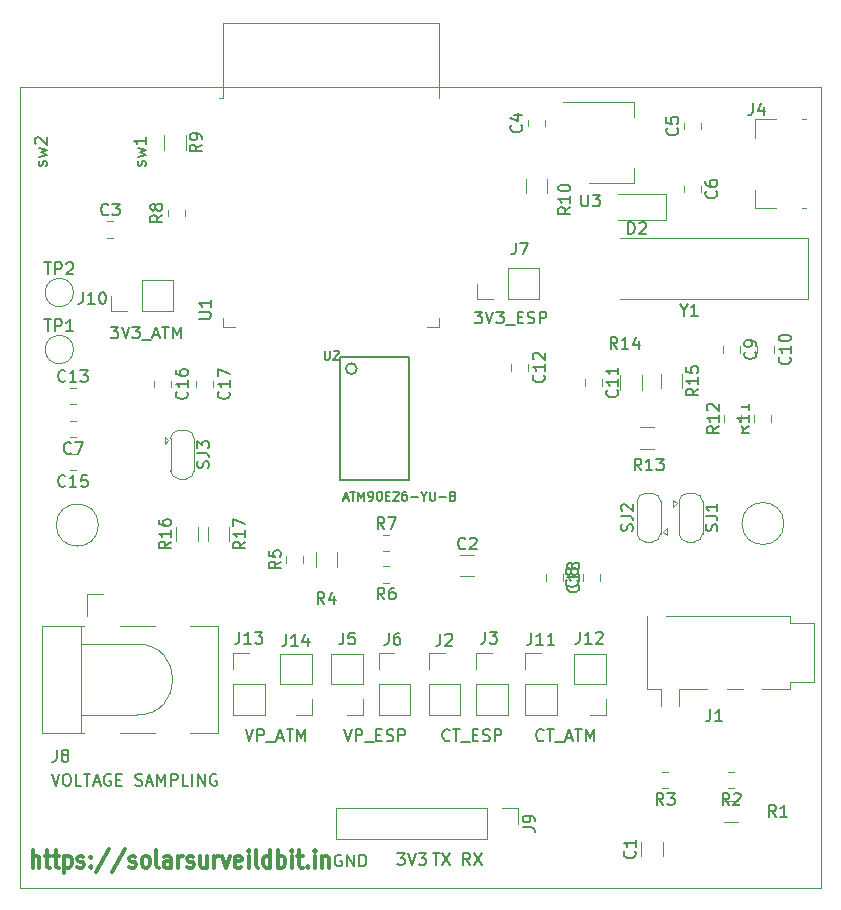
<source format=gbr>
%TF.GenerationSoftware,KiCad,Pcbnew,(5.1.8)-1*%
%TF.CreationDate,2021-07-11T12:48:12+05:30*%
%TF.ProjectId,AC_RMS_ESP32_ATM90E26,41435f52-4d53-45f4-9553-5033325f4154,V2*%
%TF.SameCoordinates,Original*%
%TF.FileFunction,Legend,Top*%
%TF.FilePolarity,Positive*%
%FSLAX46Y46*%
G04 Gerber Fmt 4.6, Leading zero omitted, Abs format (unit mm)*
G04 Created by KiCad (PCBNEW (5.1.8)-1) date 2021-07-11 12:48:12*
%MOMM*%
%LPD*%
G01*
G04 APERTURE LIST*
%TA.AperFunction,Profile*%
%ADD10C,0.050000*%
%TD*%
%ADD11C,0.300000*%
%ADD12C,0.150000*%
%ADD13C,0.200000*%
%ADD14C,0.120000*%
%ADD15C,0.152400*%
%ADD16C,0.152000*%
%ADD17O,1.700000X1.700000*%
%ADD18R,1.700000X1.700000*%
%ADD19R,1.900000X1.900000*%
%ADD20C,0.550000*%
%ADD21R,1.800000X0.400000*%
%ADD22R,1.500000X1.500000*%
%ADD23O,1.500000X2.000000*%
%ADD24C,2.000000*%
%ADD25R,2.000000X3.000000*%
%ADD26C,0.100000*%
%ADD27R,1.500000X1.000000*%
%ADD28R,5.000000X5.000000*%
%ADD29R,2.000000X0.900000*%
%ADD30R,0.900000X2.000000*%
%ADD31R,7.875000X2.000000*%
%ADD32R,2.000000X3.800000*%
%ADD33R,2.000000X1.500000*%
%ADD34R,1.397000X0.348000*%
%ADD35R,1.200000X2.500000*%
%ADD36C,1.500000*%
G04 APERTURE END LIST*
D10*
X137795000Y-66040000D02*
X137795000Y-133858000D01*
X69977000Y-66040000D02*
X69977000Y-133858000D01*
D11*
X71035365Y-132123571D02*
X71035365Y-130623571D01*
X71592508Y-132123571D02*
X71592508Y-131337857D01*
X71530603Y-131195000D01*
X71406794Y-131123571D01*
X71221080Y-131123571D01*
X71097270Y-131195000D01*
X71035365Y-131266428D01*
X72025841Y-131123571D02*
X72521080Y-131123571D01*
X72211556Y-130623571D02*
X72211556Y-131909285D01*
X72273460Y-132052142D01*
X72397270Y-132123571D01*
X72521080Y-132123571D01*
X72768699Y-131123571D02*
X73263937Y-131123571D01*
X72954413Y-130623571D02*
X72954413Y-131909285D01*
X73016318Y-132052142D01*
X73140127Y-132123571D01*
X73263937Y-132123571D01*
X73697270Y-131123571D02*
X73697270Y-132623571D01*
X73697270Y-131195000D02*
X73821080Y-131123571D01*
X74068699Y-131123571D01*
X74192508Y-131195000D01*
X74254413Y-131266428D01*
X74316318Y-131409285D01*
X74316318Y-131837857D01*
X74254413Y-131980714D01*
X74192508Y-132052142D01*
X74068699Y-132123571D01*
X73821080Y-132123571D01*
X73697270Y-132052142D01*
X74811556Y-132052142D02*
X74935365Y-132123571D01*
X75182984Y-132123571D01*
X75306794Y-132052142D01*
X75368699Y-131909285D01*
X75368699Y-131837857D01*
X75306794Y-131695000D01*
X75182984Y-131623571D01*
X74997270Y-131623571D01*
X74873460Y-131552142D01*
X74811556Y-131409285D01*
X74811556Y-131337857D01*
X74873460Y-131195000D01*
X74997270Y-131123571D01*
X75182984Y-131123571D01*
X75306794Y-131195000D01*
X75925841Y-131980714D02*
X75987746Y-132052142D01*
X75925841Y-132123571D01*
X75863937Y-132052142D01*
X75925841Y-131980714D01*
X75925841Y-132123571D01*
X75925841Y-131195000D02*
X75987746Y-131266428D01*
X75925841Y-131337857D01*
X75863937Y-131266428D01*
X75925841Y-131195000D01*
X75925841Y-131337857D01*
X77473460Y-130552142D02*
X76359175Y-132480714D01*
X78835365Y-130552142D02*
X77721080Y-132480714D01*
X79206794Y-132052142D02*
X79330603Y-132123571D01*
X79578222Y-132123571D01*
X79702032Y-132052142D01*
X79763937Y-131909285D01*
X79763937Y-131837857D01*
X79702032Y-131695000D01*
X79578222Y-131623571D01*
X79392508Y-131623571D01*
X79268699Y-131552142D01*
X79206794Y-131409285D01*
X79206794Y-131337857D01*
X79268699Y-131195000D01*
X79392508Y-131123571D01*
X79578222Y-131123571D01*
X79702032Y-131195000D01*
X80506794Y-132123571D02*
X80382984Y-132052142D01*
X80321080Y-131980714D01*
X80259175Y-131837857D01*
X80259175Y-131409285D01*
X80321080Y-131266428D01*
X80382984Y-131195000D01*
X80506794Y-131123571D01*
X80692508Y-131123571D01*
X80816318Y-131195000D01*
X80878222Y-131266428D01*
X80940127Y-131409285D01*
X80940127Y-131837857D01*
X80878222Y-131980714D01*
X80816318Y-132052142D01*
X80692508Y-132123571D01*
X80506794Y-132123571D01*
X81682984Y-132123571D02*
X81559175Y-132052142D01*
X81497270Y-131909285D01*
X81497270Y-130623571D01*
X82735365Y-132123571D02*
X82735365Y-131337857D01*
X82673460Y-131195000D01*
X82549651Y-131123571D01*
X82302032Y-131123571D01*
X82178222Y-131195000D01*
X82735365Y-132052142D02*
X82611556Y-132123571D01*
X82302032Y-132123571D01*
X82178222Y-132052142D01*
X82116318Y-131909285D01*
X82116318Y-131766428D01*
X82178222Y-131623571D01*
X82302032Y-131552142D01*
X82611556Y-131552142D01*
X82735365Y-131480714D01*
X83354413Y-132123571D02*
X83354413Y-131123571D01*
X83354413Y-131409285D02*
X83416318Y-131266428D01*
X83478222Y-131195000D01*
X83602032Y-131123571D01*
X83725841Y-131123571D01*
X84097270Y-132052142D02*
X84221080Y-132123571D01*
X84468699Y-132123571D01*
X84592508Y-132052142D01*
X84654413Y-131909285D01*
X84654413Y-131837857D01*
X84592508Y-131695000D01*
X84468699Y-131623571D01*
X84282984Y-131623571D01*
X84159175Y-131552142D01*
X84097270Y-131409285D01*
X84097270Y-131337857D01*
X84159175Y-131195000D01*
X84282984Y-131123571D01*
X84468699Y-131123571D01*
X84592508Y-131195000D01*
X85768699Y-131123571D02*
X85768699Y-132123571D01*
X85211556Y-131123571D02*
X85211556Y-131909285D01*
X85273460Y-132052142D01*
X85397270Y-132123571D01*
X85582984Y-132123571D01*
X85706794Y-132052142D01*
X85768699Y-131980714D01*
X86387746Y-132123571D02*
X86387746Y-131123571D01*
X86387746Y-131409285D02*
X86449651Y-131266428D01*
X86511556Y-131195000D01*
X86635365Y-131123571D01*
X86759175Y-131123571D01*
X87068699Y-131123571D02*
X87378222Y-132123571D01*
X87687746Y-131123571D01*
X88678222Y-132052142D02*
X88554413Y-132123571D01*
X88306794Y-132123571D01*
X88182984Y-132052142D01*
X88121080Y-131909285D01*
X88121080Y-131337857D01*
X88182984Y-131195000D01*
X88306794Y-131123571D01*
X88554413Y-131123571D01*
X88678222Y-131195000D01*
X88740127Y-131337857D01*
X88740127Y-131480714D01*
X88121080Y-131623571D01*
X89297270Y-132123571D02*
X89297270Y-131123571D01*
X89297270Y-130623571D02*
X89235365Y-130695000D01*
X89297270Y-130766428D01*
X89359175Y-130695000D01*
X89297270Y-130623571D01*
X89297270Y-130766428D01*
X90102032Y-132123571D02*
X89978222Y-132052142D01*
X89916318Y-131909285D01*
X89916318Y-130623571D01*
X91154413Y-132123571D02*
X91154413Y-130623571D01*
X91154413Y-132052142D02*
X91030603Y-132123571D01*
X90782984Y-132123571D01*
X90659175Y-132052142D01*
X90597270Y-131980714D01*
X90535365Y-131837857D01*
X90535365Y-131409285D01*
X90597270Y-131266428D01*
X90659175Y-131195000D01*
X90782984Y-131123571D01*
X91030603Y-131123571D01*
X91154413Y-131195000D01*
X91773460Y-132123571D02*
X91773460Y-130623571D01*
X91773460Y-131195000D02*
X91897270Y-131123571D01*
X92144889Y-131123571D01*
X92268699Y-131195000D01*
X92330603Y-131266428D01*
X92392508Y-131409285D01*
X92392508Y-131837857D01*
X92330603Y-131980714D01*
X92268699Y-132052142D01*
X92144889Y-132123571D01*
X91897270Y-132123571D01*
X91773460Y-132052142D01*
X92949651Y-132123571D02*
X92949651Y-131123571D01*
X92949651Y-130623571D02*
X92887746Y-130695000D01*
X92949651Y-130766428D01*
X93011556Y-130695000D01*
X92949651Y-130623571D01*
X92949651Y-130766428D01*
X93382984Y-131123571D02*
X93878222Y-131123571D01*
X93568699Y-130623571D02*
X93568699Y-131909285D01*
X93630603Y-132052142D01*
X93754413Y-132123571D01*
X93878222Y-132123571D01*
X94311556Y-131980714D02*
X94373460Y-132052142D01*
X94311556Y-132123571D01*
X94249651Y-132052142D01*
X94311556Y-131980714D01*
X94311556Y-132123571D01*
X94930603Y-132123571D02*
X94930603Y-131123571D01*
X94930603Y-130623571D02*
X94868699Y-130695000D01*
X94930603Y-130766428D01*
X94992508Y-130695000D01*
X94930603Y-130623571D01*
X94930603Y-130766428D01*
X95549651Y-131123571D02*
X95549651Y-132123571D01*
X95549651Y-131266428D02*
X95611556Y-131195000D01*
X95735365Y-131123571D01*
X95921080Y-131123571D01*
X96044889Y-131195000D01*
X96106794Y-131337857D01*
X96106794Y-132123571D01*
D12*
X101885904Y-130897380D02*
X102504952Y-130897380D01*
X102171619Y-131278333D01*
X102314476Y-131278333D01*
X102409714Y-131325952D01*
X102457333Y-131373571D01*
X102504952Y-131468809D01*
X102504952Y-131706904D01*
X102457333Y-131802142D01*
X102409714Y-131849761D01*
X102314476Y-131897380D01*
X102028761Y-131897380D01*
X101933523Y-131849761D01*
X101885904Y-131802142D01*
X102790666Y-130897380D02*
X103124000Y-131897380D01*
X103457333Y-130897380D01*
X103695428Y-130897380D02*
X104314476Y-130897380D01*
X103981142Y-131278333D01*
X104124000Y-131278333D01*
X104219238Y-131325952D01*
X104266857Y-131373571D01*
X104314476Y-131468809D01*
X104314476Y-131706904D01*
X104266857Y-131802142D01*
X104219238Y-131849761D01*
X104124000Y-131897380D01*
X103838285Y-131897380D01*
X103743047Y-131849761D01*
X103695428Y-131802142D01*
X97155095Y-131072000D02*
X97059857Y-131024380D01*
X96917000Y-131024380D01*
X96774142Y-131072000D01*
X96678904Y-131167238D01*
X96631285Y-131262476D01*
X96583666Y-131452952D01*
X96583666Y-131595809D01*
X96631285Y-131786285D01*
X96678904Y-131881523D01*
X96774142Y-131976761D01*
X96917000Y-132024380D01*
X97012238Y-132024380D01*
X97155095Y-131976761D01*
X97202714Y-131929142D01*
X97202714Y-131595809D01*
X97012238Y-131595809D01*
X97631285Y-132024380D02*
X97631285Y-131024380D01*
X98202714Y-132024380D01*
X98202714Y-131024380D01*
X98678904Y-132024380D02*
X98678904Y-131024380D01*
X98917000Y-131024380D01*
X99059857Y-131072000D01*
X99155095Y-131167238D01*
X99202714Y-131262476D01*
X99250333Y-131452952D01*
X99250333Y-131595809D01*
X99202714Y-131786285D01*
X99155095Y-131881523D01*
X99059857Y-131976761D01*
X98917000Y-132024380D01*
X98678904Y-132024380D01*
X104902095Y-130897380D02*
X105473523Y-130897380D01*
X105187809Y-131897380D02*
X105187809Y-130897380D01*
X105711619Y-130897380D02*
X106378285Y-131897380D01*
X106378285Y-130897380D02*
X105711619Y-131897380D01*
X108037333Y-131897380D02*
X107704000Y-131421190D01*
X107465904Y-131897380D02*
X107465904Y-130897380D01*
X107846857Y-130897380D01*
X107942095Y-130945000D01*
X107989714Y-130992619D01*
X108037333Y-131087857D01*
X108037333Y-131230714D01*
X107989714Y-131325952D01*
X107942095Y-131373571D01*
X107846857Y-131421190D01*
X107465904Y-131421190D01*
X108370666Y-130897380D02*
X109037333Y-131897380D01*
X109037333Y-130897380D02*
X108370666Y-131897380D01*
X108458380Y-85050380D02*
X109077428Y-85050380D01*
X108744095Y-85431333D01*
X108886952Y-85431333D01*
X108982190Y-85478952D01*
X109029809Y-85526571D01*
X109077428Y-85621809D01*
X109077428Y-85859904D01*
X109029809Y-85955142D01*
X108982190Y-86002761D01*
X108886952Y-86050380D01*
X108601238Y-86050380D01*
X108506000Y-86002761D01*
X108458380Y-85955142D01*
X109363142Y-85050380D02*
X109696476Y-86050380D01*
X110029809Y-85050380D01*
X110267904Y-85050380D02*
X110886952Y-85050380D01*
X110553619Y-85431333D01*
X110696476Y-85431333D01*
X110791714Y-85478952D01*
X110839333Y-85526571D01*
X110886952Y-85621809D01*
X110886952Y-85859904D01*
X110839333Y-85955142D01*
X110791714Y-86002761D01*
X110696476Y-86050380D01*
X110410761Y-86050380D01*
X110315523Y-86002761D01*
X110267904Y-85955142D01*
X111077428Y-86145619D02*
X111839333Y-86145619D01*
X112077428Y-85526571D02*
X112410761Y-85526571D01*
X112553619Y-86050380D02*
X112077428Y-86050380D01*
X112077428Y-85050380D01*
X112553619Y-85050380D01*
X112934571Y-86002761D02*
X113077428Y-86050380D01*
X113315523Y-86050380D01*
X113410761Y-86002761D01*
X113458380Y-85955142D01*
X113506000Y-85859904D01*
X113506000Y-85764666D01*
X113458380Y-85669428D01*
X113410761Y-85621809D01*
X113315523Y-85574190D01*
X113125047Y-85526571D01*
X113029809Y-85478952D01*
X112982190Y-85431333D01*
X112934571Y-85336095D01*
X112934571Y-85240857D01*
X112982190Y-85145619D01*
X113029809Y-85098000D01*
X113125047Y-85050380D01*
X113363142Y-85050380D01*
X113506000Y-85098000D01*
X113934571Y-86050380D02*
X113934571Y-85050380D01*
X114315523Y-85050380D01*
X114410761Y-85098000D01*
X114458380Y-85145619D01*
X114506000Y-85240857D01*
X114506000Y-85383714D01*
X114458380Y-85478952D01*
X114410761Y-85526571D01*
X114315523Y-85574190D01*
X113934571Y-85574190D01*
X77645000Y-86320380D02*
X78264047Y-86320380D01*
X77930714Y-86701333D01*
X78073571Y-86701333D01*
X78168809Y-86748952D01*
X78216428Y-86796571D01*
X78264047Y-86891809D01*
X78264047Y-87129904D01*
X78216428Y-87225142D01*
X78168809Y-87272761D01*
X78073571Y-87320380D01*
X77787857Y-87320380D01*
X77692619Y-87272761D01*
X77645000Y-87225142D01*
X78549761Y-86320380D02*
X78883095Y-87320380D01*
X79216428Y-86320380D01*
X79454523Y-86320380D02*
X80073571Y-86320380D01*
X79740238Y-86701333D01*
X79883095Y-86701333D01*
X79978333Y-86748952D01*
X80025952Y-86796571D01*
X80073571Y-86891809D01*
X80073571Y-87129904D01*
X80025952Y-87225142D01*
X79978333Y-87272761D01*
X79883095Y-87320380D01*
X79597380Y-87320380D01*
X79502142Y-87272761D01*
X79454523Y-87225142D01*
X80264047Y-87415619D02*
X81025952Y-87415619D01*
X81216428Y-87034666D02*
X81692619Y-87034666D01*
X81121190Y-87320380D02*
X81454523Y-86320380D01*
X81787857Y-87320380D01*
X81978333Y-86320380D02*
X82549761Y-86320380D01*
X82264047Y-87320380D02*
X82264047Y-86320380D01*
X82883095Y-87320380D02*
X82883095Y-86320380D01*
X83216428Y-87034666D01*
X83549761Y-86320380D01*
X83549761Y-87320380D01*
X114275146Y-121322102D02*
X114227527Y-121369721D01*
X114084670Y-121417340D01*
X113989432Y-121417340D01*
X113846575Y-121369721D01*
X113751337Y-121274483D01*
X113703718Y-121179245D01*
X113656099Y-120988769D01*
X113656099Y-120845912D01*
X113703718Y-120655436D01*
X113751337Y-120560198D01*
X113846575Y-120464960D01*
X113989432Y-120417340D01*
X114084670Y-120417340D01*
X114227527Y-120464960D01*
X114275146Y-120512579D01*
X114560860Y-120417340D02*
X115132289Y-120417340D01*
X114846575Y-121417340D02*
X114846575Y-120417340D01*
X115227527Y-121512579D02*
X115989432Y-121512579D01*
X116179908Y-121131626D02*
X116656099Y-121131626D01*
X116084670Y-121417340D02*
X116418003Y-120417340D01*
X116751337Y-121417340D01*
X116941813Y-120417340D02*
X117513241Y-120417340D01*
X117227527Y-121417340D02*
X117227527Y-120417340D01*
X117846575Y-121417340D02*
X117846575Y-120417340D01*
X118179908Y-121131626D01*
X118513241Y-120417340D01*
X118513241Y-121417340D01*
X106333207Y-121322102D02*
X106285588Y-121369721D01*
X106142731Y-121417340D01*
X106047493Y-121417340D01*
X105904636Y-121369721D01*
X105809398Y-121274483D01*
X105761779Y-121179245D01*
X105714160Y-120988769D01*
X105714160Y-120845912D01*
X105761779Y-120655436D01*
X105809398Y-120560198D01*
X105904636Y-120464960D01*
X106047493Y-120417340D01*
X106142731Y-120417340D01*
X106285588Y-120464960D01*
X106333207Y-120512579D01*
X106618921Y-120417340D02*
X107190350Y-120417340D01*
X106904636Y-121417340D02*
X106904636Y-120417340D01*
X107285588Y-121512579D02*
X108047493Y-121512579D01*
X108285588Y-120893531D02*
X108618921Y-120893531D01*
X108761779Y-121417340D02*
X108285588Y-121417340D01*
X108285588Y-120417340D01*
X108761779Y-120417340D01*
X109142731Y-121369721D02*
X109285588Y-121417340D01*
X109523683Y-121417340D01*
X109618921Y-121369721D01*
X109666540Y-121322102D01*
X109714160Y-121226864D01*
X109714160Y-121131626D01*
X109666540Y-121036388D01*
X109618921Y-120988769D01*
X109523683Y-120941150D01*
X109333207Y-120893531D01*
X109237969Y-120845912D01*
X109190350Y-120798293D01*
X109142731Y-120703055D01*
X109142731Y-120607817D01*
X109190350Y-120512579D01*
X109237969Y-120464960D01*
X109333207Y-120417340D01*
X109571302Y-120417340D01*
X109714160Y-120464960D01*
X110142731Y-121417340D02*
X110142731Y-120417340D01*
X110523683Y-120417340D01*
X110618921Y-120464960D01*
X110666540Y-120512579D01*
X110714160Y-120607817D01*
X110714160Y-120750674D01*
X110666540Y-120845912D01*
X110618921Y-120893531D01*
X110523683Y-120941150D01*
X110142731Y-120941150D01*
X97362022Y-120417340D02*
X97695356Y-121417340D01*
X98028689Y-120417340D01*
X98362022Y-121417340D02*
X98362022Y-120417340D01*
X98742975Y-120417340D01*
X98838213Y-120464960D01*
X98885832Y-120512579D01*
X98933451Y-120607817D01*
X98933451Y-120750674D01*
X98885832Y-120845912D01*
X98838213Y-120893531D01*
X98742975Y-120941150D01*
X98362022Y-120941150D01*
X99123927Y-121512579D02*
X99885832Y-121512579D01*
X100123927Y-120893531D02*
X100457260Y-120893531D01*
X100600118Y-121417340D02*
X100123927Y-121417340D01*
X100123927Y-120417340D01*
X100600118Y-120417340D01*
X100981070Y-121369721D02*
X101123927Y-121417340D01*
X101362022Y-121417340D01*
X101457260Y-121369721D01*
X101504880Y-121322102D01*
X101552499Y-121226864D01*
X101552499Y-121131626D01*
X101504880Y-121036388D01*
X101457260Y-120988769D01*
X101362022Y-120941150D01*
X101171546Y-120893531D01*
X101076308Y-120845912D01*
X101028689Y-120798293D01*
X100981070Y-120703055D01*
X100981070Y-120607817D01*
X101028689Y-120512579D01*
X101076308Y-120464960D01*
X101171546Y-120417340D01*
X101409641Y-120417340D01*
X101552499Y-120464960D01*
X101981070Y-121417340D02*
X101981070Y-120417340D01*
X102362022Y-120417340D01*
X102457260Y-120464960D01*
X102504880Y-120512579D01*
X102552499Y-120607817D01*
X102552499Y-120750674D01*
X102504880Y-120845912D01*
X102457260Y-120893531D01*
X102362022Y-120941150D01*
X101981070Y-120941150D01*
X89042881Y-120417340D02*
X89376215Y-121417340D01*
X89709548Y-120417340D01*
X90042881Y-121417340D02*
X90042881Y-120417340D01*
X90423834Y-120417340D01*
X90519072Y-120464960D01*
X90566691Y-120512579D01*
X90614310Y-120607817D01*
X90614310Y-120750674D01*
X90566691Y-120845912D01*
X90519072Y-120893531D01*
X90423834Y-120941150D01*
X90042881Y-120941150D01*
X90804786Y-121512579D02*
X91566691Y-121512579D01*
X91757167Y-121131626D02*
X92233358Y-121131626D01*
X91661929Y-121417340D02*
X91995262Y-120417340D01*
X92328596Y-121417340D01*
X92519072Y-120417340D02*
X93090500Y-120417340D01*
X92804786Y-121417340D02*
X92804786Y-120417340D01*
X93423834Y-121417340D02*
X93423834Y-120417340D01*
X93757167Y-121131626D01*
X94090500Y-120417340D01*
X94090500Y-121417340D01*
D10*
X134620000Y-102997000D02*
G75*
G03*
X134620000Y-102997000I-1778000J0D01*
G01*
X76585530Y-103124000D02*
G75*
G03*
X76585530Y-103124000I-1782530J0D01*
G01*
D13*
X72622020Y-124196860D02*
X72955354Y-125196860D01*
X73288687Y-124196860D01*
X73812497Y-124196860D02*
X74002973Y-124196860D01*
X74098211Y-124244480D01*
X74193449Y-124339718D01*
X74241068Y-124530194D01*
X74241068Y-124863527D01*
X74193449Y-125054003D01*
X74098211Y-125149241D01*
X74002973Y-125196860D01*
X73812497Y-125196860D01*
X73717259Y-125149241D01*
X73622020Y-125054003D01*
X73574401Y-124863527D01*
X73574401Y-124530194D01*
X73622020Y-124339718D01*
X73717259Y-124244480D01*
X73812497Y-124196860D01*
X75145830Y-125196860D02*
X74669640Y-125196860D01*
X74669640Y-124196860D01*
X75336306Y-124196860D02*
X75907735Y-124196860D01*
X75622020Y-125196860D02*
X75622020Y-124196860D01*
X76193449Y-124911146D02*
X76669640Y-124911146D01*
X76098211Y-125196860D02*
X76431544Y-124196860D01*
X76764878Y-125196860D01*
X77622020Y-124244480D02*
X77526782Y-124196860D01*
X77383925Y-124196860D01*
X77241068Y-124244480D01*
X77145830Y-124339718D01*
X77098211Y-124434956D01*
X77050592Y-124625432D01*
X77050592Y-124768289D01*
X77098211Y-124958765D01*
X77145830Y-125054003D01*
X77241068Y-125149241D01*
X77383925Y-125196860D01*
X77479163Y-125196860D01*
X77622020Y-125149241D01*
X77669640Y-125101622D01*
X77669640Y-124768289D01*
X77479163Y-124768289D01*
X78098211Y-124673051D02*
X78431544Y-124673051D01*
X78574401Y-125196860D02*
X78098211Y-125196860D01*
X78098211Y-124196860D01*
X78574401Y-124196860D01*
X79717259Y-125149241D02*
X79860116Y-125196860D01*
X80098211Y-125196860D01*
X80193449Y-125149241D01*
X80241068Y-125101622D01*
X80288687Y-125006384D01*
X80288687Y-124911146D01*
X80241068Y-124815908D01*
X80193449Y-124768289D01*
X80098211Y-124720670D01*
X79907735Y-124673051D01*
X79812497Y-124625432D01*
X79764878Y-124577813D01*
X79717259Y-124482575D01*
X79717259Y-124387337D01*
X79764878Y-124292099D01*
X79812497Y-124244480D01*
X79907735Y-124196860D01*
X80145830Y-124196860D01*
X80288687Y-124244480D01*
X80669640Y-124911146D02*
X81145830Y-124911146D01*
X80574401Y-125196860D02*
X80907735Y-124196860D01*
X81241068Y-125196860D01*
X81574401Y-125196860D02*
X81574401Y-124196860D01*
X81907735Y-124911146D01*
X82241068Y-124196860D01*
X82241068Y-125196860D01*
X82717259Y-125196860D02*
X82717259Y-124196860D01*
X83098211Y-124196860D01*
X83193449Y-124244480D01*
X83241068Y-124292099D01*
X83288687Y-124387337D01*
X83288687Y-124530194D01*
X83241068Y-124625432D01*
X83193449Y-124673051D01*
X83098211Y-124720670D01*
X82717259Y-124720670D01*
X84193449Y-125196860D02*
X83717259Y-125196860D01*
X83717259Y-124196860D01*
X84526782Y-125196860D02*
X84526782Y-124196860D01*
X85002973Y-125196860D02*
X85002973Y-124196860D01*
X85574401Y-125196860D01*
X85574401Y-124196860D01*
X86574401Y-124244480D02*
X86479163Y-124196860D01*
X86336306Y-124196860D01*
X86193449Y-124244480D01*
X86098211Y-124339718D01*
X86050592Y-124434956D01*
X86002973Y-124625432D01*
X86002973Y-124768289D01*
X86050592Y-124958765D01*
X86098211Y-125054003D01*
X86193449Y-125149241D01*
X86336306Y-125196860D01*
X86431544Y-125196860D01*
X86574401Y-125149241D01*
X86622020Y-125101622D01*
X86622020Y-124768289D01*
X86431544Y-124768289D01*
D10*
X137795000Y-66040000D02*
X122301000Y-66040000D01*
X122301000Y-66040000D02*
X85471000Y-66040000D01*
X85471000Y-66040000D02*
X69977000Y-66040000D01*
X122301000Y-133858000D02*
X137795000Y-133858000D01*
X85471000Y-133858000D02*
X122301000Y-133858000D01*
X69977000Y-133858000D02*
X85471000Y-133858000D01*
D14*
%TO.C,J11*%
X112736000Y-119196000D02*
X115396000Y-119196000D01*
X112736000Y-116596000D02*
X112736000Y-119196000D01*
X115396000Y-116596000D02*
X115396000Y-119196000D01*
X112736000Y-116596000D02*
X115396000Y-116596000D01*
X112736000Y-115326000D02*
X112736000Y-113996000D01*
X112736000Y-113996000D02*
X114066000Y-113996000D01*
%TO.C,J4*%
X136185000Y-76295000D02*
X136535000Y-76295000D01*
X136185000Y-68775000D02*
X136535000Y-68775000D01*
X132175000Y-68775000D02*
X132175000Y-70335000D01*
X133985000Y-68775000D02*
X132175000Y-68775000D01*
X132175000Y-76295000D02*
X132175000Y-74735000D01*
X133985000Y-76295000D02*
X132175000Y-76295000D01*
%TO.C,D2*%
X124634000Y-75065000D02*
X120574000Y-75065000D01*
X124634000Y-77335000D02*
X124634000Y-75065000D01*
X120574000Y-77335000D02*
X124634000Y-77335000D01*
%TO.C,J3*%
X108581000Y-113996000D02*
X109911000Y-113996000D01*
X108581000Y-115326000D02*
X108581000Y-113996000D01*
X108581000Y-116596000D02*
X111241000Y-116596000D01*
X111241000Y-116596000D02*
X111241000Y-119196000D01*
X108581000Y-116596000D02*
X108581000Y-119196000D01*
X108581000Y-119196000D02*
X111241000Y-119196000D01*
%TO.C,J2*%
X104568000Y-113996000D02*
X105898000Y-113996000D01*
X104568000Y-115326000D02*
X104568000Y-113996000D01*
X104568000Y-116596000D02*
X107228000Y-116596000D01*
X107228000Y-116596000D02*
X107228000Y-119196000D01*
X104568000Y-116596000D02*
X104568000Y-119196000D01*
X104568000Y-119196000D02*
X107228000Y-119196000D01*
%TO.C,J5*%
X98967600Y-119206000D02*
X97637600Y-119206000D01*
X98967600Y-117876000D02*
X98967600Y-119206000D01*
X98967600Y-116606000D02*
X96307600Y-116606000D01*
X96307600Y-116606000D02*
X96307600Y-114006000D01*
X98967600Y-116606000D02*
X98967600Y-114006000D01*
X98967600Y-114006000D02*
X96307600Y-114006000D01*
%TO.C,J6*%
X100321000Y-119196000D02*
X102981000Y-119196000D01*
X100321000Y-116596000D02*
X100321000Y-119196000D01*
X102981000Y-116596000D02*
X102981000Y-119196000D01*
X100321000Y-116596000D02*
X102981000Y-116596000D01*
X100321000Y-115326000D02*
X100321000Y-113996000D01*
X100321000Y-113996000D02*
X101651000Y-113996000D01*
%TO.C,J10*%
X77664000Y-85023000D02*
X77664000Y-83693000D01*
X78994000Y-85023000D02*
X77664000Y-85023000D01*
X80264000Y-85023000D02*
X80264000Y-82363000D01*
X80264000Y-82363000D02*
X82864000Y-82363000D01*
X80264000Y-85023000D02*
X82864000Y-85023000D01*
X82864000Y-85023000D02*
X82864000Y-82363000D01*
%TO.C,J7*%
X113852000Y-84007000D02*
X113852000Y-81347000D01*
X111252000Y-84007000D02*
X113852000Y-84007000D01*
X111252000Y-81347000D02*
X113852000Y-81347000D01*
X111252000Y-84007000D02*
X111252000Y-81347000D01*
X109982000Y-84007000D02*
X108652000Y-84007000D01*
X108652000Y-84007000D02*
X108652000Y-82677000D01*
%TO.C,J8*%
X75623000Y-108945000D02*
X75623000Y-110845000D01*
X76963000Y-108945000D02*
X75623000Y-108945000D01*
X71773000Y-111645000D02*
X75383000Y-111645000D01*
X86693000Y-120765000D02*
X86693000Y-111645000D01*
X78383000Y-111645000D02*
X81383000Y-111645000D01*
X84383000Y-111645000D02*
X86693000Y-111645000D01*
X84383000Y-120765000D02*
X86693000Y-120765000D01*
X78383000Y-120765000D02*
X81383000Y-120765000D01*
X71773000Y-120765000D02*
X75383000Y-120765000D01*
X71773000Y-120765000D02*
X71773000Y-111645000D01*
X75083000Y-120765000D02*
X75083000Y-111645000D01*
X75083000Y-113205000D02*
X79883000Y-113205000D01*
X75083000Y-119205000D02*
X79883000Y-119205000D01*
X79883000Y-113205000D02*
G75*
G02*
X79883000Y-119205000I0J-3000000D01*
G01*
%TO.C,J9*%
X112074000Y-127067000D02*
X112074000Y-128397000D01*
X110744000Y-127067000D02*
X112074000Y-127067000D01*
X109474000Y-127067000D02*
X109474000Y-129727000D01*
X109474000Y-129727000D02*
X96714000Y-129727000D01*
X109474000Y-127067000D02*
X96714000Y-127067000D01*
X96714000Y-127067000D02*
X96714000Y-129727000D01*
%TO.C,J12*%
X119552000Y-114006000D02*
X116892000Y-114006000D01*
X119552000Y-116606000D02*
X119552000Y-114006000D01*
X116892000Y-116606000D02*
X116892000Y-114006000D01*
X119552000Y-116606000D02*
X116892000Y-116606000D01*
X119552000Y-117876000D02*
X119552000Y-119206000D01*
X119552000Y-119206000D02*
X118222000Y-119206000D01*
%TO.C,J13*%
X88014500Y-113996000D02*
X89344500Y-113996000D01*
X88014500Y-115326000D02*
X88014500Y-113996000D01*
X88014500Y-116596000D02*
X90674500Y-116596000D01*
X90674500Y-116596000D02*
X90674500Y-119196000D01*
X88014500Y-116596000D02*
X88014500Y-119196000D01*
X88014500Y-119196000D02*
X90674500Y-119196000D01*
%TO.C,J14*%
X94662300Y-119206000D02*
X93332300Y-119206000D01*
X94662300Y-117876000D02*
X94662300Y-119206000D01*
X94662300Y-116606000D02*
X92002300Y-116606000D01*
X92002300Y-116606000D02*
X92002300Y-114006000D01*
X94662300Y-116606000D02*
X94662300Y-114006000D01*
X94662300Y-114006000D02*
X92002300Y-114006000D01*
%TO.C,R1*%
X130777064Y-126471000D02*
X129572936Y-126471000D01*
X130777064Y-128291000D02*
X129572936Y-128291000D01*
%TO.C,R4*%
X94975000Y-105442936D02*
X94975000Y-106647064D01*
X96795000Y-105442936D02*
X96795000Y-106647064D01*
%TO.C,R9*%
X83968000Y-70136936D02*
X83968000Y-71341064D01*
X82148000Y-70136936D02*
X82148000Y-71341064D01*
%TO.C,R10*%
X112755000Y-73819936D02*
X112755000Y-75024064D01*
X114575000Y-73819936D02*
X114575000Y-75024064D01*
%TO.C,R13*%
X122460936Y-94848000D02*
X123665064Y-94848000D01*
X122460936Y-96668000D02*
X123665064Y-96668000D01*
%TO.C,R14*%
X122576000Y-90456936D02*
X122576000Y-91661064D01*
X120756000Y-90456936D02*
X120756000Y-91661064D01*
%TO.C,R15*%
X126005000Y-90329936D02*
X126005000Y-91534064D01*
X124185000Y-90329936D02*
X124185000Y-91534064D01*
%TO.C,R16*%
X84984000Y-104488064D02*
X84984000Y-103283936D01*
X83164000Y-104488064D02*
X83164000Y-103283936D01*
%TO.C,R17*%
X87651000Y-103283936D02*
X87651000Y-104488064D01*
X85831000Y-103283936D02*
X85831000Y-104488064D01*
%TO.C,SJ1*%
X127746000Y-101089000D02*
X127746000Y-103889000D01*
X127046000Y-104539000D02*
X126446000Y-104539000D01*
X125746000Y-103889000D02*
X125746000Y-101089000D01*
X126446000Y-100439000D02*
X127046000Y-100439000D01*
X125546000Y-101289000D02*
X125246000Y-100989000D01*
X125246000Y-100989000D02*
X125246000Y-101589000D01*
X125546000Y-101289000D02*
X125246000Y-101589000D01*
X127746000Y-103839000D02*
G75*
G02*
X127046000Y-104539000I-700000J0D01*
G01*
X126446000Y-104539000D02*
G75*
G02*
X125746000Y-103839000I0J700000D01*
G01*
X125746000Y-101139000D02*
G75*
G02*
X126446000Y-100439000I700000J0D01*
G01*
X127046000Y-100439000D02*
G75*
G02*
X127746000Y-101139000I0J-700000D01*
G01*
%TO.C,SJ2*%
X122190000Y-103889000D02*
X122190000Y-101089000D01*
X122890000Y-100439000D02*
X123490000Y-100439000D01*
X124190000Y-101089000D02*
X124190000Y-103889000D01*
X123490000Y-104539000D02*
X122890000Y-104539000D01*
X124390000Y-103689000D02*
X124690000Y-103989000D01*
X124690000Y-103989000D02*
X124690000Y-103389000D01*
X124390000Y-103689000D02*
X124690000Y-103389000D01*
X122190000Y-101139000D02*
G75*
G02*
X122890000Y-100439000I700000J0D01*
G01*
X123490000Y-100439000D02*
G75*
G02*
X124190000Y-101139000I0J-700000D01*
G01*
X124190000Y-103839000D02*
G75*
G02*
X123490000Y-104539000I-700000J0D01*
G01*
X122890000Y-104539000D02*
G75*
G02*
X122190000Y-103839000I0J700000D01*
G01*
%TO.C,SJ3*%
X82493000Y-95955000D02*
X82193000Y-96255000D01*
X82193000Y-95655000D02*
X82193000Y-96255000D01*
X82493000Y-95955000D02*
X82193000Y-95655000D01*
X83393000Y-95105000D02*
X83993000Y-95105000D01*
X82693000Y-98555000D02*
X82693000Y-95755000D01*
X83993000Y-99205000D02*
X83393000Y-99205000D01*
X84693000Y-95755000D02*
X84693000Y-98555000D01*
X83993000Y-95105000D02*
G75*
G02*
X84693000Y-95805000I0J-700000D01*
G01*
X82693000Y-95805000D02*
G75*
G02*
X83393000Y-95105000I700000J0D01*
G01*
X83393000Y-99205000D02*
G75*
G02*
X82693000Y-98505000I0J700000D01*
G01*
X84693000Y-98505000D02*
G75*
G02*
X83993000Y-99205000I-700000J0D01*
G01*
%TO.C,TP1*%
X74479000Y-88265000D02*
G75*
G03*
X74479000Y-88265000I-1200000J0D01*
G01*
%TO.C,TP2*%
X74479000Y-83439000D02*
G75*
G03*
X74479000Y-83439000I-1200000J0D01*
G01*
%TO.C,U1*%
X87146000Y-67009000D02*
X86766000Y-67009000D01*
X87146000Y-60589000D02*
X87146000Y-67009000D01*
X105386000Y-60589000D02*
X105386000Y-67009000D01*
X87146000Y-60589000D02*
X105386000Y-60589000D01*
X105386000Y-86334000D02*
X104386000Y-86334000D01*
X105386000Y-85554000D02*
X105386000Y-86334000D01*
X87146000Y-86334000D02*
X88146000Y-86334000D01*
X87146000Y-85554000D02*
X87146000Y-86334000D01*
%TO.C,Y1*%
X136694000Y-78857000D02*
X120719000Y-78857000D01*
X136694000Y-83957000D02*
X136694000Y-78857000D01*
X120719000Y-83957000D02*
X136694000Y-83957000D01*
%TO.C,U3*%
X115915000Y-67329000D02*
X121925000Y-67329000D01*
X118165000Y-74149000D02*
X121925000Y-74149000D01*
X121925000Y-67329000D02*
X121925000Y-68589000D01*
X121925000Y-74149000D02*
X121925000Y-72889000D01*
D15*
%TO.C,U2*%
X98458600Y-89882000D02*
G75*
G03*
X98458600Y-89882000I-459600J0D01*
G01*
X97024000Y-88907000D02*
X102874000Y-88907000D01*
X97024000Y-99307000D02*
X97024000Y-88907000D01*
X102874000Y-99307000D02*
X97024000Y-99307000D01*
X102874000Y-88907000D02*
X102874000Y-99307000D01*
D14*
%TO.C,J1*%
X135153000Y-111419000D02*
X137153000Y-111419000D01*
X135153000Y-116419000D02*
X137153000Y-116419000D01*
X137153000Y-116419000D02*
X137153000Y-111419000D01*
X135153000Y-111419000D02*
X135153000Y-110819000D01*
X135153000Y-117019000D02*
X135153000Y-116419000D01*
X123053000Y-110819000D02*
X123053000Y-117019000D01*
X135153000Y-117019000D02*
X132778000Y-117019000D01*
X131128000Y-117019000D02*
X129778000Y-117019000D01*
X128128000Y-117019000D02*
X125728000Y-117019000D01*
X124178000Y-117019000D02*
X123053000Y-117019000D01*
X124628000Y-110819000D02*
X135153000Y-110819000D01*
X124178000Y-117019000D02*
X124178000Y-118419000D01*
X125728000Y-117019000D02*
X125728000Y-118419000D01*
%TO.C,C1*%
X122534000Y-131158064D02*
X122534000Y-129953936D01*
X124354000Y-131158064D02*
X124354000Y-129953936D01*
%TO.C,C2*%
X107220936Y-107463000D02*
X108425064Y-107463000D01*
X107220936Y-105643000D02*
X108425064Y-105643000D01*
%TO.C,C3*%
X77335748Y-78815000D02*
X77858252Y-78815000D01*
X77335748Y-77395000D02*
X77858252Y-77395000D01*
%TO.C,C4*%
X114375000Y-69349252D02*
X114375000Y-68826748D01*
X112955000Y-69349252D02*
X112955000Y-68826748D01*
%TO.C,C5*%
X127583000Y-69603252D02*
X127583000Y-69080748D01*
X126163000Y-69603252D02*
X126163000Y-69080748D01*
%TO.C,C6*%
X127583000Y-74414748D02*
X127583000Y-74937252D01*
X126163000Y-74414748D02*
X126163000Y-74937252D01*
%TO.C,C7*%
X74683252Y-95706000D02*
X74160748Y-95706000D01*
X74683252Y-94286000D02*
X74160748Y-94286000D01*
%TO.C,C8*%
X119074000Y-107830252D02*
X119074000Y-107307748D01*
X117654000Y-107830252D02*
X117654000Y-107307748D01*
%TO.C,C9*%
X130885000Y-88003748D02*
X130885000Y-88526252D01*
X129465000Y-88003748D02*
X129465000Y-88526252D01*
%TO.C,C10*%
X133806000Y-88003748D02*
X133806000Y-88526252D01*
X132386000Y-88003748D02*
X132386000Y-88526252D01*
%TO.C,C11*%
X117781000Y-90797748D02*
X117781000Y-91320252D01*
X119201000Y-90797748D02*
X119201000Y-91320252D01*
%TO.C,C12*%
X112978000Y-89527748D02*
X112978000Y-90050252D01*
X111558000Y-89527748D02*
X111558000Y-90050252D01*
%TO.C,C13*%
X74160748Y-92912000D02*
X74683252Y-92912000D01*
X74160748Y-91492000D02*
X74683252Y-91492000D01*
%TO.C,C15*%
X74683252Y-97080000D02*
X74160748Y-97080000D01*
X74683252Y-98500000D02*
X74160748Y-98500000D01*
%TO.C,C16*%
X82752000Y-90924748D02*
X82752000Y-91447252D01*
X81332000Y-90924748D02*
X81332000Y-91447252D01*
%TO.C,C17*%
X84888000Y-90924748D02*
X84888000Y-91447252D01*
X86308000Y-90924748D02*
X86308000Y-91447252D01*
%TO.C,C18*%
X115899000Y-107307748D02*
X115899000Y-107830252D01*
X114479000Y-107307748D02*
X114479000Y-107830252D01*
%TO.C,R2*%
X130436252Y-125424000D02*
X129913748Y-125424000D01*
X130436252Y-124004000D02*
X129913748Y-124004000D01*
%TO.C,R3*%
X124848252Y-124004000D02*
X124325748Y-124004000D01*
X124848252Y-125424000D02*
X124325748Y-125424000D01*
%TO.C,R5*%
X93928000Y-106306252D02*
X93928000Y-105783748D01*
X92508000Y-106306252D02*
X92508000Y-105783748D01*
%TO.C,R6*%
X101226252Y-108025000D02*
X100703748Y-108025000D01*
X101226252Y-106605000D02*
X100703748Y-106605000D01*
%TO.C,R7*%
X100703748Y-105358000D02*
X101226252Y-105358000D01*
X100703748Y-103938000D02*
X101226252Y-103938000D01*
%TO.C,R8*%
X82475000Y-76969252D02*
X82475000Y-76446748D01*
X83895000Y-76969252D02*
X83895000Y-76446748D01*
%TO.C,R11*%
X133552000Y-94368252D02*
X133552000Y-93845748D01*
X132132000Y-94368252D02*
X132132000Y-93845748D01*
%TO.C,R12*%
X129592000Y-94368252D02*
X129592000Y-93845748D01*
X131012000Y-94368252D02*
X131012000Y-93845748D01*
%TD*%
%TO.C,J11*%
D12*
X113236156Y-112253620D02*
X113236156Y-112967906D01*
X113188537Y-113110763D01*
X113093299Y-113206001D01*
X112950441Y-113253620D01*
X112855203Y-113253620D01*
X114236156Y-113253620D02*
X113664727Y-113253620D01*
X113950441Y-113253620D02*
X113950441Y-112253620D01*
X113855203Y-112396478D01*
X113759965Y-112491716D01*
X113664727Y-112539335D01*
X115188537Y-113253620D02*
X114617108Y-113253620D01*
X114902822Y-113253620D02*
X114902822Y-112253620D01*
X114807584Y-112396478D01*
X114712346Y-112491716D01*
X114617108Y-112539335D01*
%TO.C,J4*%
X131996666Y-67422380D02*
X131996666Y-68136666D01*
X131949047Y-68279523D01*
X131853809Y-68374761D01*
X131710952Y-68422380D01*
X131615714Y-68422380D01*
X132901428Y-67755714D02*
X132901428Y-68422380D01*
X132663333Y-67374761D02*
X132425238Y-68089047D01*
X133044285Y-68089047D01*
%TO.C,sw1*%
X80541761Y-72715285D02*
X80589380Y-72620047D01*
X80589380Y-72429571D01*
X80541761Y-72334333D01*
X80446523Y-72286714D01*
X80398904Y-72286714D01*
X80303666Y-72334333D01*
X80256047Y-72429571D01*
X80256047Y-72572428D01*
X80208428Y-72667666D01*
X80113190Y-72715285D01*
X80065571Y-72715285D01*
X79970333Y-72667666D01*
X79922714Y-72572428D01*
X79922714Y-72429571D01*
X79970333Y-72334333D01*
X79922714Y-71953380D02*
X80589380Y-71762904D01*
X80113190Y-71572428D01*
X80589380Y-71381952D01*
X79922714Y-71191476D01*
X80589380Y-70286714D02*
X80589380Y-70858142D01*
X80589380Y-70572428D02*
X79589380Y-70572428D01*
X79732238Y-70667666D01*
X79827476Y-70762904D01*
X79875095Y-70858142D01*
%TO.C,sw2*%
X72159761Y-72715285D02*
X72207380Y-72620047D01*
X72207380Y-72429571D01*
X72159761Y-72334333D01*
X72064523Y-72286714D01*
X72016904Y-72286714D01*
X71921666Y-72334333D01*
X71874047Y-72429571D01*
X71874047Y-72572428D01*
X71826428Y-72667666D01*
X71731190Y-72715285D01*
X71683571Y-72715285D01*
X71588333Y-72667666D01*
X71540714Y-72572428D01*
X71540714Y-72429571D01*
X71588333Y-72334333D01*
X71540714Y-71953380D02*
X72207380Y-71762904D01*
X71731190Y-71572428D01*
X72207380Y-71381952D01*
X71540714Y-71191476D01*
X71302619Y-70858142D02*
X71255000Y-70810523D01*
X71207380Y-70715285D01*
X71207380Y-70477190D01*
X71255000Y-70381952D01*
X71302619Y-70334333D01*
X71397857Y-70286714D01*
X71493095Y-70286714D01*
X71635952Y-70334333D01*
X72207380Y-70905761D01*
X72207380Y-70286714D01*
%TO.C,D2*%
X121435904Y-78472380D02*
X121435904Y-77472380D01*
X121674000Y-77472380D01*
X121816857Y-77520000D01*
X121912095Y-77615238D01*
X121959714Y-77710476D01*
X122007333Y-77900952D01*
X122007333Y-78043809D01*
X121959714Y-78234285D01*
X121912095Y-78329523D01*
X121816857Y-78424761D01*
X121674000Y-78472380D01*
X121435904Y-78472380D01*
X122388285Y-77567619D02*
X122435904Y-77520000D01*
X122531142Y-77472380D01*
X122769238Y-77472380D01*
X122864476Y-77520000D01*
X122912095Y-77567619D01*
X122959714Y-77662857D01*
X122959714Y-77758095D01*
X122912095Y-77900952D01*
X122340666Y-78472380D01*
X122959714Y-78472380D01*
%TO.C,J3*%
X109318586Y-112162180D02*
X109318586Y-112876466D01*
X109270967Y-113019323D01*
X109175729Y-113114561D01*
X109032872Y-113162180D01*
X108937634Y-113162180D01*
X109699539Y-112162180D02*
X110318586Y-112162180D01*
X109985253Y-112543133D01*
X110128110Y-112543133D01*
X110223348Y-112590752D01*
X110270967Y-112638371D01*
X110318586Y-112733609D01*
X110318586Y-112971704D01*
X110270967Y-113066942D01*
X110223348Y-113114561D01*
X110128110Y-113162180D01*
X109842396Y-113162180D01*
X109747158Y-113114561D01*
X109699539Y-113066942D01*
%TO.C,J2*%
X105536726Y-112324740D02*
X105536726Y-113039026D01*
X105489107Y-113181883D01*
X105393869Y-113277121D01*
X105251012Y-113324740D01*
X105155774Y-113324740D01*
X105965298Y-112419979D02*
X106012917Y-112372360D01*
X106108155Y-112324740D01*
X106346250Y-112324740D01*
X106441488Y-112372360D01*
X106489107Y-112419979D01*
X106536726Y-112515217D01*
X106536726Y-112610455D01*
X106489107Y-112753312D01*
X105917679Y-113324740D01*
X106536726Y-113324740D01*
%TO.C,J5*%
X97316966Y-112222980D02*
X97316966Y-112937266D01*
X97269347Y-113080123D01*
X97174109Y-113175361D01*
X97031252Y-113222980D01*
X96936014Y-113222980D01*
X98269347Y-112222980D02*
X97793157Y-112222980D01*
X97745538Y-112699171D01*
X97793157Y-112651552D01*
X97888395Y-112603933D01*
X98126490Y-112603933D01*
X98221728Y-112651552D01*
X98269347Y-112699171D01*
X98316966Y-112794409D01*
X98316966Y-113032504D01*
X98269347Y-113127742D01*
X98221728Y-113175361D01*
X98126490Y-113222980D01*
X97888395Y-113222980D01*
X97793157Y-113175361D01*
X97745538Y-113127742D01*
%TO.C,J6*%
X101152566Y-112263780D02*
X101152566Y-112978066D01*
X101104947Y-113120923D01*
X101009709Y-113216161D01*
X100866852Y-113263780D01*
X100771614Y-113263780D01*
X102057328Y-112263780D02*
X101866852Y-112263780D01*
X101771614Y-112311400D01*
X101723995Y-112359019D01*
X101628757Y-112501876D01*
X101581138Y-112692352D01*
X101581138Y-113073304D01*
X101628757Y-113168542D01*
X101676376Y-113216161D01*
X101771614Y-113263780D01*
X101962090Y-113263780D01*
X102057328Y-113216161D01*
X102104947Y-113168542D01*
X102152566Y-113073304D01*
X102152566Y-112835209D01*
X102104947Y-112739971D01*
X102057328Y-112692352D01*
X101962090Y-112644733D01*
X101771614Y-112644733D01*
X101676376Y-112692352D01*
X101628757Y-112739971D01*
X101581138Y-112835209D01*
%TO.C,J10*%
X75263476Y-83399380D02*
X75263476Y-84113666D01*
X75215857Y-84256523D01*
X75120619Y-84351761D01*
X74977761Y-84399380D01*
X74882523Y-84399380D01*
X76263476Y-84399380D02*
X75692047Y-84399380D01*
X75977761Y-84399380D02*
X75977761Y-83399380D01*
X75882523Y-83542238D01*
X75787285Y-83637476D01*
X75692047Y-83685095D01*
X76882523Y-83399380D02*
X76977761Y-83399380D01*
X77073000Y-83447000D01*
X77120619Y-83494619D01*
X77168238Y-83589857D01*
X77215857Y-83780333D01*
X77215857Y-84018428D01*
X77168238Y-84208904D01*
X77120619Y-84304142D01*
X77073000Y-84351761D01*
X76977761Y-84399380D01*
X76882523Y-84399380D01*
X76787285Y-84351761D01*
X76739666Y-84304142D01*
X76692047Y-84208904D01*
X76644428Y-84018428D01*
X76644428Y-83780333D01*
X76692047Y-83589857D01*
X76739666Y-83494619D01*
X76787285Y-83447000D01*
X76882523Y-83399380D01*
%TO.C,J7*%
X111934666Y-79208380D02*
X111934666Y-79922666D01*
X111887047Y-80065523D01*
X111791809Y-80160761D01*
X111648952Y-80208380D01*
X111553714Y-80208380D01*
X112315619Y-79208380D02*
X112982285Y-79208380D01*
X112553714Y-80208380D01*
%TO.C,J8*%
X73049666Y-122157380D02*
X73049666Y-122871666D01*
X73002047Y-123014523D01*
X72906809Y-123109761D01*
X72763952Y-123157380D01*
X72668714Y-123157380D01*
X73668714Y-122585952D02*
X73573476Y-122538333D01*
X73525857Y-122490714D01*
X73478238Y-122395476D01*
X73478238Y-122347857D01*
X73525857Y-122252619D01*
X73573476Y-122205000D01*
X73668714Y-122157380D01*
X73859190Y-122157380D01*
X73954428Y-122205000D01*
X74002047Y-122252619D01*
X74049666Y-122347857D01*
X74049666Y-122395476D01*
X74002047Y-122490714D01*
X73954428Y-122538333D01*
X73859190Y-122585952D01*
X73668714Y-122585952D01*
X73573476Y-122633571D01*
X73525857Y-122681190D01*
X73478238Y-122776428D01*
X73478238Y-122966904D01*
X73525857Y-123062142D01*
X73573476Y-123109761D01*
X73668714Y-123157380D01*
X73859190Y-123157380D01*
X73954428Y-123109761D01*
X74002047Y-123062142D01*
X74049666Y-122966904D01*
X74049666Y-122776428D01*
X74002047Y-122681190D01*
X73954428Y-122633571D01*
X73859190Y-122585952D01*
%TO.C,J9*%
X112526380Y-128730333D02*
X113240666Y-128730333D01*
X113383523Y-128777952D01*
X113478761Y-128873190D01*
X113526380Y-129016047D01*
X113526380Y-129111285D01*
X113526380Y-128206523D02*
X113526380Y-128016047D01*
X113478761Y-127920809D01*
X113431142Y-127873190D01*
X113288285Y-127777952D01*
X113097809Y-127730333D01*
X112716857Y-127730333D01*
X112621619Y-127777952D01*
X112574000Y-127825571D01*
X112526380Y-127920809D01*
X112526380Y-128111285D01*
X112574000Y-128206523D01*
X112621619Y-128254142D01*
X112716857Y-128301761D01*
X112954952Y-128301761D01*
X113050190Y-128254142D01*
X113097809Y-128206523D01*
X113145428Y-128111285D01*
X113145428Y-127920809D01*
X113097809Y-127825571D01*
X113050190Y-127777952D01*
X112954952Y-127730333D01*
%TO.C,J12*%
X117346436Y-112167100D02*
X117346436Y-112881386D01*
X117298817Y-113024243D01*
X117203579Y-113119481D01*
X117060721Y-113167100D01*
X116965483Y-113167100D01*
X118346436Y-113167100D02*
X117775007Y-113167100D01*
X118060721Y-113167100D02*
X118060721Y-112167100D01*
X117965483Y-112309958D01*
X117870245Y-112405196D01*
X117775007Y-112452815D01*
X118727388Y-112262339D02*
X118775007Y-112214720D01*
X118870245Y-112167100D01*
X119108340Y-112167100D01*
X119203579Y-112214720D01*
X119251198Y-112262339D01*
X119298817Y-112357577D01*
X119298817Y-112452815D01*
X119251198Y-112595672D01*
X118679769Y-113167100D01*
X119298817Y-113167100D01*
%TO.C,J13*%
X88522276Y-112174880D02*
X88522276Y-112889166D01*
X88474657Y-113032023D01*
X88379419Y-113127261D01*
X88236561Y-113174880D01*
X88141323Y-113174880D01*
X89522276Y-113174880D02*
X88950847Y-113174880D01*
X89236561Y-113174880D02*
X89236561Y-112174880D01*
X89141323Y-112317738D01*
X89046085Y-112412976D01*
X88950847Y-112460595D01*
X89855609Y-112174880D02*
X90474657Y-112174880D01*
X90141323Y-112555833D01*
X90284180Y-112555833D01*
X90379419Y-112603452D01*
X90427038Y-112651071D01*
X90474657Y-112746309D01*
X90474657Y-112984404D01*
X90427038Y-113079642D01*
X90379419Y-113127261D01*
X90284180Y-113174880D01*
X89998466Y-113174880D01*
X89903228Y-113127261D01*
X89855609Y-113079642D01*
%TO.C,J14*%
X92484676Y-112375380D02*
X92484676Y-113089666D01*
X92437057Y-113232523D01*
X92341819Y-113327761D01*
X92198961Y-113375380D01*
X92103723Y-113375380D01*
X93484676Y-113375380D02*
X92913247Y-113375380D01*
X93198961Y-113375380D02*
X93198961Y-112375380D01*
X93103723Y-112518238D01*
X93008485Y-112613476D01*
X92913247Y-112661095D01*
X94341819Y-112708714D02*
X94341819Y-113375380D01*
X94103723Y-112327761D02*
X93865628Y-113042047D01*
X94484676Y-113042047D01*
%TO.C,R1*%
X133945333Y-127833380D02*
X133612000Y-127357190D01*
X133373904Y-127833380D02*
X133373904Y-126833380D01*
X133754857Y-126833380D01*
X133850095Y-126881000D01*
X133897714Y-126928619D01*
X133945333Y-127023857D01*
X133945333Y-127166714D01*
X133897714Y-127261952D01*
X133850095Y-127309571D01*
X133754857Y-127357190D01*
X133373904Y-127357190D01*
X134897714Y-127833380D02*
X134326285Y-127833380D01*
X134612000Y-127833380D02*
X134612000Y-126833380D01*
X134516761Y-126976238D01*
X134421523Y-127071476D01*
X134326285Y-127119095D01*
%TO.C,R4*%
X95718333Y-109799380D02*
X95385000Y-109323190D01*
X95146904Y-109799380D02*
X95146904Y-108799380D01*
X95527857Y-108799380D01*
X95623095Y-108847000D01*
X95670714Y-108894619D01*
X95718333Y-108989857D01*
X95718333Y-109132714D01*
X95670714Y-109227952D01*
X95623095Y-109275571D01*
X95527857Y-109323190D01*
X95146904Y-109323190D01*
X96575476Y-109132714D02*
X96575476Y-109799380D01*
X96337380Y-108751761D02*
X96099285Y-109466047D01*
X96718333Y-109466047D01*
%TO.C,R9*%
X85330380Y-70905666D02*
X84854190Y-71239000D01*
X85330380Y-71477095D02*
X84330380Y-71477095D01*
X84330380Y-71096142D01*
X84378000Y-71000904D01*
X84425619Y-70953285D01*
X84520857Y-70905666D01*
X84663714Y-70905666D01*
X84758952Y-70953285D01*
X84806571Y-71000904D01*
X84854190Y-71096142D01*
X84854190Y-71477095D01*
X85330380Y-70429476D02*
X85330380Y-70239000D01*
X85282761Y-70143761D01*
X85235142Y-70096142D01*
X85092285Y-70000904D01*
X84901809Y-69953285D01*
X84520857Y-69953285D01*
X84425619Y-70000904D01*
X84378000Y-70048523D01*
X84330380Y-70143761D01*
X84330380Y-70334238D01*
X84378000Y-70429476D01*
X84425619Y-70477095D01*
X84520857Y-70524714D01*
X84758952Y-70524714D01*
X84854190Y-70477095D01*
X84901809Y-70429476D01*
X84949428Y-70334238D01*
X84949428Y-70143761D01*
X84901809Y-70048523D01*
X84854190Y-70000904D01*
X84758952Y-69953285D01*
%TO.C,R10*%
X116530380Y-76207857D02*
X116054190Y-76541190D01*
X116530380Y-76779285D02*
X115530380Y-76779285D01*
X115530380Y-76398333D01*
X115578000Y-76303095D01*
X115625619Y-76255476D01*
X115720857Y-76207857D01*
X115863714Y-76207857D01*
X115958952Y-76255476D01*
X116006571Y-76303095D01*
X116054190Y-76398333D01*
X116054190Y-76779285D01*
X116530380Y-75255476D02*
X116530380Y-75826904D01*
X116530380Y-75541190D02*
X115530380Y-75541190D01*
X115673238Y-75636428D01*
X115768476Y-75731666D01*
X115816095Y-75826904D01*
X115530380Y-74636428D02*
X115530380Y-74541190D01*
X115578000Y-74445952D01*
X115625619Y-74398333D01*
X115720857Y-74350714D01*
X115911333Y-74303095D01*
X116149428Y-74303095D01*
X116339904Y-74350714D01*
X116435142Y-74398333D01*
X116482761Y-74445952D01*
X116530380Y-74541190D01*
X116530380Y-74636428D01*
X116482761Y-74731666D01*
X116435142Y-74779285D01*
X116339904Y-74826904D01*
X116149428Y-74874523D01*
X115911333Y-74874523D01*
X115720857Y-74826904D01*
X115625619Y-74779285D01*
X115578000Y-74731666D01*
X115530380Y-74636428D01*
%TO.C,R13*%
X122547142Y-98496380D02*
X122213809Y-98020190D01*
X121975714Y-98496380D02*
X121975714Y-97496380D01*
X122356666Y-97496380D01*
X122451904Y-97544000D01*
X122499523Y-97591619D01*
X122547142Y-97686857D01*
X122547142Y-97829714D01*
X122499523Y-97924952D01*
X122451904Y-97972571D01*
X122356666Y-98020190D01*
X121975714Y-98020190D01*
X123499523Y-98496380D02*
X122928095Y-98496380D01*
X123213809Y-98496380D02*
X123213809Y-97496380D01*
X123118571Y-97639238D01*
X123023333Y-97734476D01*
X122928095Y-97782095D01*
X123832857Y-97496380D02*
X124451904Y-97496380D01*
X124118571Y-97877333D01*
X124261428Y-97877333D01*
X124356666Y-97924952D01*
X124404285Y-97972571D01*
X124451904Y-98067809D01*
X124451904Y-98305904D01*
X124404285Y-98401142D01*
X124356666Y-98448761D01*
X124261428Y-98496380D01*
X123975714Y-98496380D01*
X123880476Y-98448761D01*
X123832857Y-98401142D01*
%TO.C,R14*%
X120515142Y-88209380D02*
X120181809Y-87733190D01*
X119943714Y-88209380D02*
X119943714Y-87209380D01*
X120324666Y-87209380D01*
X120419904Y-87257000D01*
X120467523Y-87304619D01*
X120515142Y-87399857D01*
X120515142Y-87542714D01*
X120467523Y-87637952D01*
X120419904Y-87685571D01*
X120324666Y-87733190D01*
X119943714Y-87733190D01*
X121467523Y-88209380D02*
X120896095Y-88209380D01*
X121181809Y-88209380D02*
X121181809Y-87209380D01*
X121086571Y-87352238D01*
X120991333Y-87447476D01*
X120896095Y-87495095D01*
X122324666Y-87542714D02*
X122324666Y-88209380D01*
X122086571Y-87161761D02*
X121848476Y-87876047D01*
X122467523Y-87876047D01*
%TO.C,R15*%
X127367380Y-91574857D02*
X126891190Y-91908190D01*
X127367380Y-92146285D02*
X126367380Y-92146285D01*
X126367380Y-91765333D01*
X126415000Y-91670095D01*
X126462619Y-91622476D01*
X126557857Y-91574857D01*
X126700714Y-91574857D01*
X126795952Y-91622476D01*
X126843571Y-91670095D01*
X126891190Y-91765333D01*
X126891190Y-92146285D01*
X127367380Y-90622476D02*
X127367380Y-91193904D01*
X127367380Y-90908190D02*
X126367380Y-90908190D01*
X126510238Y-91003428D01*
X126605476Y-91098666D01*
X126653095Y-91193904D01*
X126367380Y-89717714D02*
X126367380Y-90193904D01*
X126843571Y-90241523D01*
X126795952Y-90193904D01*
X126748333Y-90098666D01*
X126748333Y-89860571D01*
X126795952Y-89765333D01*
X126843571Y-89717714D01*
X126938809Y-89670095D01*
X127176904Y-89670095D01*
X127272142Y-89717714D01*
X127319761Y-89765333D01*
X127367380Y-89860571D01*
X127367380Y-90098666D01*
X127319761Y-90193904D01*
X127272142Y-90241523D01*
%TO.C,R16*%
X82706380Y-104528857D02*
X82230190Y-104862190D01*
X82706380Y-105100285D02*
X81706380Y-105100285D01*
X81706380Y-104719333D01*
X81754000Y-104624095D01*
X81801619Y-104576476D01*
X81896857Y-104528857D01*
X82039714Y-104528857D01*
X82134952Y-104576476D01*
X82182571Y-104624095D01*
X82230190Y-104719333D01*
X82230190Y-105100285D01*
X82706380Y-103576476D02*
X82706380Y-104147904D01*
X82706380Y-103862190D02*
X81706380Y-103862190D01*
X81849238Y-103957428D01*
X81944476Y-104052666D01*
X81992095Y-104147904D01*
X81706380Y-102719333D02*
X81706380Y-102909809D01*
X81754000Y-103005047D01*
X81801619Y-103052666D01*
X81944476Y-103147904D01*
X82134952Y-103195523D01*
X82515904Y-103195523D01*
X82611142Y-103147904D01*
X82658761Y-103100285D01*
X82706380Y-103005047D01*
X82706380Y-102814571D01*
X82658761Y-102719333D01*
X82611142Y-102671714D01*
X82515904Y-102624095D01*
X82277809Y-102624095D01*
X82182571Y-102671714D01*
X82134952Y-102719333D01*
X82087333Y-102814571D01*
X82087333Y-103005047D01*
X82134952Y-103100285D01*
X82182571Y-103147904D01*
X82277809Y-103195523D01*
%TO.C,R17*%
X89013380Y-104528857D02*
X88537190Y-104862190D01*
X89013380Y-105100285D02*
X88013380Y-105100285D01*
X88013380Y-104719333D01*
X88061000Y-104624095D01*
X88108619Y-104576476D01*
X88203857Y-104528857D01*
X88346714Y-104528857D01*
X88441952Y-104576476D01*
X88489571Y-104624095D01*
X88537190Y-104719333D01*
X88537190Y-105100285D01*
X89013380Y-103576476D02*
X89013380Y-104147904D01*
X89013380Y-103862190D02*
X88013380Y-103862190D01*
X88156238Y-103957428D01*
X88251476Y-104052666D01*
X88299095Y-104147904D01*
X88013380Y-103243142D02*
X88013380Y-102576476D01*
X89013380Y-103005047D01*
%TO.C,SJ1*%
X128950761Y-103631857D02*
X128998380Y-103489000D01*
X128998380Y-103250904D01*
X128950761Y-103155666D01*
X128903142Y-103108047D01*
X128807904Y-103060428D01*
X128712666Y-103060428D01*
X128617428Y-103108047D01*
X128569809Y-103155666D01*
X128522190Y-103250904D01*
X128474571Y-103441380D01*
X128426952Y-103536619D01*
X128379333Y-103584238D01*
X128284095Y-103631857D01*
X128188857Y-103631857D01*
X128093619Y-103584238D01*
X128046000Y-103536619D01*
X127998380Y-103441380D01*
X127998380Y-103203285D01*
X128046000Y-103060428D01*
X127998380Y-102346142D02*
X128712666Y-102346142D01*
X128855523Y-102393761D01*
X128950761Y-102489000D01*
X128998380Y-102631857D01*
X128998380Y-102727095D01*
X128998380Y-101346142D02*
X128998380Y-101917571D01*
X128998380Y-101631857D02*
X127998380Y-101631857D01*
X128141238Y-101727095D01*
X128236476Y-101822333D01*
X128284095Y-101917571D01*
%TO.C,SJ2*%
X121794761Y-103631857D02*
X121842380Y-103489000D01*
X121842380Y-103250904D01*
X121794761Y-103155666D01*
X121747142Y-103108047D01*
X121651904Y-103060428D01*
X121556666Y-103060428D01*
X121461428Y-103108047D01*
X121413809Y-103155666D01*
X121366190Y-103250904D01*
X121318571Y-103441380D01*
X121270952Y-103536619D01*
X121223333Y-103584238D01*
X121128095Y-103631857D01*
X121032857Y-103631857D01*
X120937619Y-103584238D01*
X120890000Y-103536619D01*
X120842380Y-103441380D01*
X120842380Y-103203285D01*
X120890000Y-103060428D01*
X120842380Y-102346142D02*
X121556666Y-102346142D01*
X121699523Y-102393761D01*
X121794761Y-102489000D01*
X121842380Y-102631857D01*
X121842380Y-102727095D01*
X120937619Y-101917571D02*
X120890000Y-101869952D01*
X120842380Y-101774714D01*
X120842380Y-101536619D01*
X120890000Y-101441380D01*
X120937619Y-101393761D01*
X121032857Y-101346142D01*
X121128095Y-101346142D01*
X121270952Y-101393761D01*
X121842380Y-101965190D01*
X121842380Y-101346142D01*
%TO.C,SJ3*%
X85897761Y-98297857D02*
X85945380Y-98155000D01*
X85945380Y-97916904D01*
X85897761Y-97821666D01*
X85850142Y-97774047D01*
X85754904Y-97726428D01*
X85659666Y-97726428D01*
X85564428Y-97774047D01*
X85516809Y-97821666D01*
X85469190Y-97916904D01*
X85421571Y-98107380D01*
X85373952Y-98202619D01*
X85326333Y-98250238D01*
X85231095Y-98297857D01*
X85135857Y-98297857D01*
X85040619Y-98250238D01*
X84993000Y-98202619D01*
X84945380Y-98107380D01*
X84945380Y-97869285D01*
X84993000Y-97726428D01*
X84945380Y-97012142D02*
X85659666Y-97012142D01*
X85802523Y-97059761D01*
X85897761Y-97155000D01*
X85945380Y-97297857D01*
X85945380Y-97393095D01*
X84945380Y-96631190D02*
X84945380Y-96012142D01*
X85326333Y-96345476D01*
X85326333Y-96202619D01*
X85373952Y-96107380D01*
X85421571Y-96059761D01*
X85516809Y-96012142D01*
X85754904Y-96012142D01*
X85850142Y-96059761D01*
X85897761Y-96107380D01*
X85945380Y-96202619D01*
X85945380Y-96488333D01*
X85897761Y-96583571D01*
X85850142Y-96631190D01*
%TO.C,TP1*%
X72017095Y-85719380D02*
X72588523Y-85719380D01*
X72302809Y-86719380D02*
X72302809Y-85719380D01*
X72921857Y-86719380D02*
X72921857Y-85719380D01*
X73302809Y-85719380D01*
X73398047Y-85767000D01*
X73445666Y-85814619D01*
X73493285Y-85909857D01*
X73493285Y-86052714D01*
X73445666Y-86147952D01*
X73398047Y-86195571D01*
X73302809Y-86243190D01*
X72921857Y-86243190D01*
X74445666Y-86719380D02*
X73874238Y-86719380D01*
X74159952Y-86719380D02*
X74159952Y-85719380D01*
X74064714Y-85862238D01*
X73969476Y-85957476D01*
X73874238Y-86005095D01*
%TO.C,TP2*%
X72017095Y-80893380D02*
X72588523Y-80893380D01*
X72302809Y-81893380D02*
X72302809Y-80893380D01*
X72921857Y-81893380D02*
X72921857Y-80893380D01*
X73302809Y-80893380D01*
X73398047Y-80941000D01*
X73445666Y-80988619D01*
X73493285Y-81083857D01*
X73493285Y-81226714D01*
X73445666Y-81321952D01*
X73398047Y-81369571D01*
X73302809Y-81417190D01*
X72921857Y-81417190D01*
X73874238Y-80988619D02*
X73921857Y-80941000D01*
X74017095Y-80893380D01*
X74255190Y-80893380D01*
X74350428Y-80941000D01*
X74398047Y-80988619D01*
X74445666Y-81083857D01*
X74445666Y-81179095D01*
X74398047Y-81321952D01*
X73826619Y-81893380D01*
X74445666Y-81893380D01*
%TO.C,U1*%
X85108380Y-85645904D02*
X85917904Y-85645904D01*
X86013142Y-85598285D01*
X86060761Y-85550666D01*
X86108380Y-85455428D01*
X86108380Y-85264952D01*
X86060761Y-85169714D01*
X86013142Y-85122095D01*
X85917904Y-85074476D01*
X85108380Y-85074476D01*
X86108380Y-84074476D02*
X86108380Y-84645904D01*
X86108380Y-84360190D02*
X85108380Y-84360190D01*
X85251238Y-84455428D01*
X85346476Y-84550666D01*
X85394095Y-84645904D01*
%TO.C,Y1*%
X126142809Y-84933190D02*
X126142809Y-85409380D01*
X125809476Y-84409380D02*
X126142809Y-84933190D01*
X126476142Y-84409380D01*
X127333285Y-85409380D02*
X126761857Y-85409380D01*
X127047571Y-85409380D02*
X127047571Y-84409380D01*
X126952333Y-84552238D01*
X126857095Y-84647476D01*
X126761857Y-84695095D01*
%TO.C,U3*%
X117475095Y-75144380D02*
X117475095Y-75953904D01*
X117522714Y-76049142D01*
X117570333Y-76096761D01*
X117665571Y-76144380D01*
X117856047Y-76144380D01*
X117951285Y-76096761D01*
X117998904Y-76049142D01*
X118046523Y-75953904D01*
X118046523Y-75144380D01*
X118427476Y-75144380D02*
X119046523Y-75144380D01*
X118713190Y-75525333D01*
X118856047Y-75525333D01*
X118951285Y-75572952D01*
X118998904Y-75620571D01*
X119046523Y-75715809D01*
X119046523Y-75953904D01*
X118998904Y-76049142D01*
X118951285Y-76096761D01*
X118856047Y-76144380D01*
X118570333Y-76144380D01*
X118475095Y-76096761D01*
X118427476Y-76049142D01*
%TO.C,U2*%
D16*
X95751152Y-88355809D02*
X95751152Y-88971047D01*
X95787342Y-89043428D01*
X95823533Y-89079619D01*
X95895914Y-89115809D01*
X96040676Y-89115809D01*
X96113057Y-89079619D01*
X96149247Y-89043428D01*
X96185438Y-88971047D01*
X96185438Y-88355809D01*
X96511152Y-88428190D02*
X96547342Y-88392000D01*
X96619723Y-88355809D01*
X96800676Y-88355809D01*
X96873057Y-88392000D01*
X96909247Y-88428190D01*
X96945438Y-88500571D01*
X96945438Y-88572952D01*
X96909247Y-88681523D01*
X96474961Y-89115809D01*
X96945438Y-89115809D01*
X97335061Y-100838666D02*
X97696966Y-100838666D01*
X97262680Y-101055809D02*
X97516014Y-100295809D01*
X97769347Y-101055809D01*
X97914109Y-100295809D02*
X98348395Y-100295809D01*
X98131252Y-101055809D02*
X98131252Y-100295809D01*
X98601728Y-101055809D02*
X98601728Y-100295809D01*
X98855061Y-100838666D01*
X99108395Y-100295809D01*
X99108395Y-101055809D01*
X99506490Y-101055809D02*
X99651252Y-101055809D01*
X99723633Y-101019619D01*
X99759823Y-100983428D01*
X99832204Y-100874857D01*
X99868395Y-100730095D01*
X99868395Y-100440571D01*
X99832204Y-100368190D01*
X99796014Y-100332000D01*
X99723633Y-100295809D01*
X99578871Y-100295809D01*
X99506490Y-100332000D01*
X99470300Y-100368190D01*
X99434109Y-100440571D01*
X99434109Y-100621523D01*
X99470300Y-100693904D01*
X99506490Y-100730095D01*
X99578871Y-100766285D01*
X99723633Y-100766285D01*
X99796014Y-100730095D01*
X99832204Y-100693904D01*
X99868395Y-100621523D01*
X100338871Y-100295809D02*
X100411252Y-100295809D01*
X100483633Y-100332000D01*
X100519823Y-100368190D01*
X100556014Y-100440571D01*
X100592204Y-100585333D01*
X100592204Y-100766285D01*
X100556014Y-100911047D01*
X100519823Y-100983428D01*
X100483633Y-101019619D01*
X100411252Y-101055809D01*
X100338871Y-101055809D01*
X100266490Y-101019619D01*
X100230300Y-100983428D01*
X100194109Y-100911047D01*
X100157919Y-100766285D01*
X100157919Y-100585333D01*
X100194109Y-100440571D01*
X100230300Y-100368190D01*
X100266490Y-100332000D01*
X100338871Y-100295809D01*
X100917919Y-100657714D02*
X101171252Y-100657714D01*
X101279823Y-101055809D02*
X100917919Y-101055809D01*
X100917919Y-100295809D01*
X101279823Y-100295809D01*
X101569347Y-100368190D02*
X101605538Y-100332000D01*
X101677919Y-100295809D01*
X101858871Y-100295809D01*
X101931252Y-100332000D01*
X101967442Y-100368190D01*
X102003633Y-100440571D01*
X102003633Y-100512952D01*
X101967442Y-100621523D01*
X101533157Y-101055809D01*
X102003633Y-101055809D01*
X102655061Y-100295809D02*
X102510300Y-100295809D01*
X102437919Y-100332000D01*
X102401728Y-100368190D01*
X102329347Y-100476761D01*
X102293157Y-100621523D01*
X102293157Y-100911047D01*
X102329347Y-100983428D01*
X102365538Y-101019619D01*
X102437919Y-101055809D01*
X102582680Y-101055809D01*
X102655061Y-101019619D01*
X102691252Y-100983428D01*
X102727442Y-100911047D01*
X102727442Y-100730095D01*
X102691252Y-100657714D01*
X102655061Y-100621523D01*
X102582680Y-100585333D01*
X102437919Y-100585333D01*
X102365538Y-100621523D01*
X102329347Y-100657714D01*
X102293157Y-100730095D01*
X103053157Y-100766285D02*
X103632204Y-100766285D01*
X104138871Y-100693904D02*
X104138871Y-101055809D01*
X103885538Y-100295809D02*
X104138871Y-100693904D01*
X104392204Y-100295809D01*
X104645538Y-100295809D02*
X104645538Y-100911047D01*
X104681728Y-100983428D01*
X104717919Y-101019619D01*
X104790300Y-101055809D01*
X104935061Y-101055809D01*
X105007442Y-101019619D01*
X105043633Y-100983428D01*
X105079823Y-100911047D01*
X105079823Y-100295809D01*
X105441728Y-100766285D02*
X106020776Y-100766285D01*
X106636014Y-100657714D02*
X106744585Y-100693904D01*
X106780776Y-100730095D01*
X106816966Y-100802476D01*
X106816966Y-100911047D01*
X106780776Y-100983428D01*
X106744585Y-101019619D01*
X106672204Y-101055809D01*
X106382680Y-101055809D01*
X106382680Y-100295809D01*
X106636014Y-100295809D01*
X106708395Y-100332000D01*
X106744585Y-100368190D01*
X106780776Y-100440571D01*
X106780776Y-100512952D01*
X106744585Y-100585333D01*
X106708395Y-100621523D01*
X106636014Y-100657714D01*
X106382680Y-100657714D01*
%TO.C,J1*%
D12*
X128394666Y-118721380D02*
X128394666Y-119435666D01*
X128347047Y-119578523D01*
X128251809Y-119673761D01*
X128108952Y-119721380D01*
X128013714Y-119721380D01*
X129394666Y-119721380D02*
X128823238Y-119721380D01*
X129108952Y-119721380D02*
X129108952Y-118721380D01*
X129013714Y-118864238D01*
X128918476Y-118959476D01*
X128823238Y-119007095D01*
%TO.C,C1*%
X121981142Y-130722666D02*
X122028761Y-130770285D01*
X122076380Y-130913142D01*
X122076380Y-131008380D01*
X122028761Y-131151238D01*
X121933523Y-131246476D01*
X121838285Y-131294095D01*
X121647809Y-131341714D01*
X121504952Y-131341714D01*
X121314476Y-131294095D01*
X121219238Y-131246476D01*
X121124000Y-131151238D01*
X121076380Y-131008380D01*
X121076380Y-130913142D01*
X121124000Y-130770285D01*
X121171619Y-130722666D01*
X122076380Y-129770285D02*
X122076380Y-130341714D01*
X122076380Y-130056000D02*
X121076380Y-130056000D01*
X121219238Y-130151238D01*
X121314476Y-130246476D01*
X121362095Y-130341714D01*
%TO.C,C2*%
X107656333Y-105090142D02*
X107608714Y-105137761D01*
X107465857Y-105185380D01*
X107370619Y-105185380D01*
X107227761Y-105137761D01*
X107132523Y-105042523D01*
X107084904Y-104947285D01*
X107037285Y-104756809D01*
X107037285Y-104613952D01*
X107084904Y-104423476D01*
X107132523Y-104328238D01*
X107227761Y-104233000D01*
X107370619Y-104185380D01*
X107465857Y-104185380D01*
X107608714Y-104233000D01*
X107656333Y-104280619D01*
X108037285Y-104280619D02*
X108084904Y-104233000D01*
X108180142Y-104185380D01*
X108418238Y-104185380D01*
X108513476Y-104233000D01*
X108561095Y-104280619D01*
X108608714Y-104375857D01*
X108608714Y-104471095D01*
X108561095Y-104613952D01*
X107989666Y-105185380D01*
X108608714Y-105185380D01*
%TO.C,C3*%
X77430333Y-76812142D02*
X77382714Y-76859761D01*
X77239857Y-76907380D01*
X77144619Y-76907380D01*
X77001761Y-76859761D01*
X76906523Y-76764523D01*
X76858904Y-76669285D01*
X76811285Y-76478809D01*
X76811285Y-76335952D01*
X76858904Y-76145476D01*
X76906523Y-76050238D01*
X77001761Y-75955000D01*
X77144619Y-75907380D01*
X77239857Y-75907380D01*
X77382714Y-75955000D01*
X77430333Y-76002619D01*
X77763666Y-75907380D02*
X78382714Y-75907380D01*
X78049380Y-76288333D01*
X78192238Y-76288333D01*
X78287476Y-76335952D01*
X78335095Y-76383571D01*
X78382714Y-76478809D01*
X78382714Y-76716904D01*
X78335095Y-76812142D01*
X78287476Y-76859761D01*
X78192238Y-76907380D01*
X77906523Y-76907380D01*
X77811285Y-76859761D01*
X77763666Y-76812142D01*
%TO.C,C4*%
X112372142Y-69254666D02*
X112419761Y-69302285D01*
X112467380Y-69445142D01*
X112467380Y-69540380D01*
X112419761Y-69683238D01*
X112324523Y-69778476D01*
X112229285Y-69826095D01*
X112038809Y-69873714D01*
X111895952Y-69873714D01*
X111705476Y-69826095D01*
X111610238Y-69778476D01*
X111515000Y-69683238D01*
X111467380Y-69540380D01*
X111467380Y-69445142D01*
X111515000Y-69302285D01*
X111562619Y-69254666D01*
X111800714Y-68397523D02*
X112467380Y-68397523D01*
X111419761Y-68635619D02*
X112134047Y-68873714D01*
X112134047Y-68254666D01*
%TO.C,C5*%
X125580142Y-69508666D02*
X125627761Y-69556285D01*
X125675380Y-69699142D01*
X125675380Y-69794380D01*
X125627761Y-69937238D01*
X125532523Y-70032476D01*
X125437285Y-70080095D01*
X125246809Y-70127714D01*
X125103952Y-70127714D01*
X124913476Y-70080095D01*
X124818238Y-70032476D01*
X124723000Y-69937238D01*
X124675380Y-69794380D01*
X124675380Y-69699142D01*
X124723000Y-69556285D01*
X124770619Y-69508666D01*
X124675380Y-68603904D02*
X124675380Y-69080095D01*
X125151571Y-69127714D01*
X125103952Y-69080095D01*
X125056333Y-68984857D01*
X125056333Y-68746761D01*
X125103952Y-68651523D01*
X125151571Y-68603904D01*
X125246809Y-68556285D01*
X125484904Y-68556285D01*
X125580142Y-68603904D01*
X125627761Y-68651523D01*
X125675380Y-68746761D01*
X125675380Y-68984857D01*
X125627761Y-69080095D01*
X125580142Y-69127714D01*
%TO.C,C6*%
X128880142Y-74842666D02*
X128927761Y-74890285D01*
X128975380Y-75033142D01*
X128975380Y-75128380D01*
X128927761Y-75271238D01*
X128832523Y-75366476D01*
X128737285Y-75414095D01*
X128546809Y-75461714D01*
X128403952Y-75461714D01*
X128213476Y-75414095D01*
X128118238Y-75366476D01*
X128023000Y-75271238D01*
X127975380Y-75128380D01*
X127975380Y-75033142D01*
X128023000Y-74890285D01*
X128070619Y-74842666D01*
X127975380Y-73985523D02*
X127975380Y-74176000D01*
X128023000Y-74271238D01*
X128070619Y-74318857D01*
X128213476Y-74414095D01*
X128403952Y-74461714D01*
X128784904Y-74461714D01*
X128880142Y-74414095D01*
X128927761Y-74366476D01*
X128975380Y-74271238D01*
X128975380Y-74080761D01*
X128927761Y-73985523D01*
X128880142Y-73937904D01*
X128784904Y-73890285D01*
X128546809Y-73890285D01*
X128451571Y-73937904D01*
X128403952Y-73985523D01*
X128356333Y-74080761D01*
X128356333Y-74271238D01*
X128403952Y-74366476D01*
X128451571Y-74414095D01*
X128546809Y-74461714D01*
%TO.C,C7*%
X74255333Y-97003142D02*
X74207714Y-97050761D01*
X74064857Y-97098380D01*
X73969619Y-97098380D01*
X73826761Y-97050761D01*
X73731523Y-96955523D01*
X73683904Y-96860285D01*
X73636285Y-96669809D01*
X73636285Y-96526952D01*
X73683904Y-96336476D01*
X73731523Y-96241238D01*
X73826761Y-96146000D01*
X73969619Y-96098380D01*
X74064857Y-96098380D01*
X74207714Y-96146000D01*
X74255333Y-96193619D01*
X74588666Y-96098380D02*
X75255333Y-96098380D01*
X74826761Y-97098380D01*
%TO.C,C8*%
X117071142Y-107735666D02*
X117118761Y-107783285D01*
X117166380Y-107926142D01*
X117166380Y-108021380D01*
X117118761Y-108164238D01*
X117023523Y-108259476D01*
X116928285Y-108307095D01*
X116737809Y-108354714D01*
X116594952Y-108354714D01*
X116404476Y-108307095D01*
X116309238Y-108259476D01*
X116214000Y-108164238D01*
X116166380Y-108021380D01*
X116166380Y-107926142D01*
X116214000Y-107783285D01*
X116261619Y-107735666D01*
X116594952Y-107164238D02*
X116547333Y-107259476D01*
X116499714Y-107307095D01*
X116404476Y-107354714D01*
X116356857Y-107354714D01*
X116261619Y-107307095D01*
X116214000Y-107259476D01*
X116166380Y-107164238D01*
X116166380Y-106973761D01*
X116214000Y-106878523D01*
X116261619Y-106830904D01*
X116356857Y-106783285D01*
X116404476Y-106783285D01*
X116499714Y-106830904D01*
X116547333Y-106878523D01*
X116594952Y-106973761D01*
X116594952Y-107164238D01*
X116642571Y-107259476D01*
X116690190Y-107307095D01*
X116785428Y-107354714D01*
X116975904Y-107354714D01*
X117071142Y-107307095D01*
X117118761Y-107259476D01*
X117166380Y-107164238D01*
X117166380Y-106973761D01*
X117118761Y-106878523D01*
X117071142Y-106830904D01*
X116975904Y-106783285D01*
X116785428Y-106783285D01*
X116690190Y-106830904D01*
X116642571Y-106878523D01*
X116594952Y-106973761D01*
%TO.C,C9*%
X132182142Y-88431666D02*
X132229761Y-88479285D01*
X132277380Y-88622142D01*
X132277380Y-88717380D01*
X132229761Y-88860238D01*
X132134523Y-88955476D01*
X132039285Y-89003095D01*
X131848809Y-89050714D01*
X131705952Y-89050714D01*
X131515476Y-89003095D01*
X131420238Y-88955476D01*
X131325000Y-88860238D01*
X131277380Y-88717380D01*
X131277380Y-88622142D01*
X131325000Y-88479285D01*
X131372619Y-88431666D01*
X132277380Y-87955476D02*
X132277380Y-87765000D01*
X132229761Y-87669761D01*
X132182142Y-87622142D01*
X132039285Y-87526904D01*
X131848809Y-87479285D01*
X131467857Y-87479285D01*
X131372619Y-87526904D01*
X131325000Y-87574523D01*
X131277380Y-87669761D01*
X131277380Y-87860238D01*
X131325000Y-87955476D01*
X131372619Y-88003095D01*
X131467857Y-88050714D01*
X131705952Y-88050714D01*
X131801190Y-88003095D01*
X131848809Y-87955476D01*
X131896428Y-87860238D01*
X131896428Y-87669761D01*
X131848809Y-87574523D01*
X131801190Y-87526904D01*
X131705952Y-87479285D01*
%TO.C,C10*%
X135103142Y-88907857D02*
X135150761Y-88955476D01*
X135198380Y-89098333D01*
X135198380Y-89193571D01*
X135150761Y-89336428D01*
X135055523Y-89431666D01*
X134960285Y-89479285D01*
X134769809Y-89526904D01*
X134626952Y-89526904D01*
X134436476Y-89479285D01*
X134341238Y-89431666D01*
X134246000Y-89336428D01*
X134198380Y-89193571D01*
X134198380Y-89098333D01*
X134246000Y-88955476D01*
X134293619Y-88907857D01*
X135198380Y-87955476D02*
X135198380Y-88526904D01*
X135198380Y-88241190D02*
X134198380Y-88241190D01*
X134341238Y-88336428D01*
X134436476Y-88431666D01*
X134484095Y-88526904D01*
X134198380Y-87336428D02*
X134198380Y-87241190D01*
X134246000Y-87145952D01*
X134293619Y-87098333D01*
X134388857Y-87050714D01*
X134579333Y-87003095D01*
X134817428Y-87003095D01*
X135007904Y-87050714D01*
X135103142Y-87098333D01*
X135150761Y-87145952D01*
X135198380Y-87241190D01*
X135198380Y-87336428D01*
X135150761Y-87431666D01*
X135103142Y-87479285D01*
X135007904Y-87526904D01*
X134817428Y-87574523D01*
X134579333Y-87574523D01*
X134388857Y-87526904D01*
X134293619Y-87479285D01*
X134246000Y-87431666D01*
X134198380Y-87336428D01*
%TO.C,C11*%
X120498142Y-91701857D02*
X120545761Y-91749476D01*
X120593380Y-91892333D01*
X120593380Y-91987571D01*
X120545761Y-92130428D01*
X120450523Y-92225666D01*
X120355285Y-92273285D01*
X120164809Y-92320904D01*
X120021952Y-92320904D01*
X119831476Y-92273285D01*
X119736238Y-92225666D01*
X119641000Y-92130428D01*
X119593380Y-91987571D01*
X119593380Y-91892333D01*
X119641000Y-91749476D01*
X119688619Y-91701857D01*
X120593380Y-90749476D02*
X120593380Y-91320904D01*
X120593380Y-91035190D02*
X119593380Y-91035190D01*
X119736238Y-91130428D01*
X119831476Y-91225666D01*
X119879095Y-91320904D01*
X120593380Y-89797095D02*
X120593380Y-90368523D01*
X120593380Y-90082809D02*
X119593380Y-90082809D01*
X119736238Y-90178047D01*
X119831476Y-90273285D01*
X119879095Y-90368523D01*
%TO.C,C12*%
X114275142Y-90431857D02*
X114322761Y-90479476D01*
X114370380Y-90622333D01*
X114370380Y-90717571D01*
X114322761Y-90860428D01*
X114227523Y-90955666D01*
X114132285Y-91003285D01*
X113941809Y-91050904D01*
X113798952Y-91050904D01*
X113608476Y-91003285D01*
X113513238Y-90955666D01*
X113418000Y-90860428D01*
X113370380Y-90717571D01*
X113370380Y-90622333D01*
X113418000Y-90479476D01*
X113465619Y-90431857D01*
X114370380Y-89479476D02*
X114370380Y-90050904D01*
X114370380Y-89765190D02*
X113370380Y-89765190D01*
X113513238Y-89860428D01*
X113608476Y-89955666D01*
X113656095Y-90050904D01*
X113465619Y-89098523D02*
X113418000Y-89050904D01*
X113370380Y-88955666D01*
X113370380Y-88717571D01*
X113418000Y-88622333D01*
X113465619Y-88574714D01*
X113560857Y-88527095D01*
X113656095Y-88527095D01*
X113798952Y-88574714D01*
X114370380Y-89146142D01*
X114370380Y-88527095D01*
%TO.C,C13*%
X73779142Y-90909142D02*
X73731523Y-90956761D01*
X73588666Y-91004380D01*
X73493428Y-91004380D01*
X73350571Y-90956761D01*
X73255333Y-90861523D01*
X73207714Y-90766285D01*
X73160095Y-90575809D01*
X73160095Y-90432952D01*
X73207714Y-90242476D01*
X73255333Y-90147238D01*
X73350571Y-90052000D01*
X73493428Y-90004380D01*
X73588666Y-90004380D01*
X73731523Y-90052000D01*
X73779142Y-90099619D01*
X74731523Y-91004380D02*
X74160095Y-91004380D01*
X74445809Y-91004380D02*
X74445809Y-90004380D01*
X74350571Y-90147238D01*
X74255333Y-90242476D01*
X74160095Y-90290095D01*
X75064857Y-90004380D02*
X75683904Y-90004380D01*
X75350571Y-90385333D01*
X75493428Y-90385333D01*
X75588666Y-90432952D01*
X75636285Y-90480571D01*
X75683904Y-90575809D01*
X75683904Y-90813904D01*
X75636285Y-90909142D01*
X75588666Y-90956761D01*
X75493428Y-91004380D01*
X75207714Y-91004380D01*
X75112476Y-90956761D01*
X75064857Y-90909142D01*
%TO.C,C15*%
X73779142Y-99797142D02*
X73731523Y-99844761D01*
X73588666Y-99892380D01*
X73493428Y-99892380D01*
X73350571Y-99844761D01*
X73255333Y-99749523D01*
X73207714Y-99654285D01*
X73160095Y-99463809D01*
X73160095Y-99320952D01*
X73207714Y-99130476D01*
X73255333Y-99035238D01*
X73350571Y-98940000D01*
X73493428Y-98892380D01*
X73588666Y-98892380D01*
X73731523Y-98940000D01*
X73779142Y-98987619D01*
X74731523Y-99892380D02*
X74160095Y-99892380D01*
X74445809Y-99892380D02*
X74445809Y-98892380D01*
X74350571Y-99035238D01*
X74255333Y-99130476D01*
X74160095Y-99178095D01*
X75636285Y-98892380D02*
X75160095Y-98892380D01*
X75112476Y-99368571D01*
X75160095Y-99320952D01*
X75255333Y-99273333D01*
X75493428Y-99273333D01*
X75588666Y-99320952D01*
X75636285Y-99368571D01*
X75683904Y-99463809D01*
X75683904Y-99701904D01*
X75636285Y-99797142D01*
X75588666Y-99844761D01*
X75493428Y-99892380D01*
X75255333Y-99892380D01*
X75160095Y-99844761D01*
X75112476Y-99797142D01*
%TO.C,C16*%
X84049142Y-91828857D02*
X84096761Y-91876476D01*
X84144380Y-92019333D01*
X84144380Y-92114571D01*
X84096761Y-92257428D01*
X84001523Y-92352666D01*
X83906285Y-92400285D01*
X83715809Y-92447904D01*
X83572952Y-92447904D01*
X83382476Y-92400285D01*
X83287238Y-92352666D01*
X83192000Y-92257428D01*
X83144380Y-92114571D01*
X83144380Y-92019333D01*
X83192000Y-91876476D01*
X83239619Y-91828857D01*
X84144380Y-90876476D02*
X84144380Y-91447904D01*
X84144380Y-91162190D02*
X83144380Y-91162190D01*
X83287238Y-91257428D01*
X83382476Y-91352666D01*
X83430095Y-91447904D01*
X83144380Y-90019333D02*
X83144380Y-90209809D01*
X83192000Y-90305047D01*
X83239619Y-90352666D01*
X83382476Y-90447904D01*
X83572952Y-90495523D01*
X83953904Y-90495523D01*
X84049142Y-90447904D01*
X84096761Y-90400285D01*
X84144380Y-90305047D01*
X84144380Y-90114571D01*
X84096761Y-90019333D01*
X84049142Y-89971714D01*
X83953904Y-89924095D01*
X83715809Y-89924095D01*
X83620571Y-89971714D01*
X83572952Y-90019333D01*
X83525333Y-90114571D01*
X83525333Y-90305047D01*
X83572952Y-90400285D01*
X83620571Y-90447904D01*
X83715809Y-90495523D01*
%TO.C,C17*%
X87605142Y-91828857D02*
X87652761Y-91876476D01*
X87700380Y-92019333D01*
X87700380Y-92114571D01*
X87652761Y-92257428D01*
X87557523Y-92352666D01*
X87462285Y-92400285D01*
X87271809Y-92447904D01*
X87128952Y-92447904D01*
X86938476Y-92400285D01*
X86843238Y-92352666D01*
X86748000Y-92257428D01*
X86700380Y-92114571D01*
X86700380Y-92019333D01*
X86748000Y-91876476D01*
X86795619Y-91828857D01*
X87700380Y-90876476D02*
X87700380Y-91447904D01*
X87700380Y-91162190D02*
X86700380Y-91162190D01*
X86843238Y-91257428D01*
X86938476Y-91352666D01*
X86986095Y-91447904D01*
X86700380Y-90543142D02*
X86700380Y-89876476D01*
X87700380Y-90305047D01*
%TO.C,C18*%
X117196142Y-108211857D02*
X117243761Y-108259476D01*
X117291380Y-108402333D01*
X117291380Y-108497571D01*
X117243761Y-108640428D01*
X117148523Y-108735666D01*
X117053285Y-108783285D01*
X116862809Y-108830904D01*
X116719952Y-108830904D01*
X116529476Y-108783285D01*
X116434238Y-108735666D01*
X116339000Y-108640428D01*
X116291380Y-108497571D01*
X116291380Y-108402333D01*
X116339000Y-108259476D01*
X116386619Y-108211857D01*
X117291380Y-107259476D02*
X117291380Y-107830904D01*
X117291380Y-107545190D02*
X116291380Y-107545190D01*
X116434238Y-107640428D01*
X116529476Y-107735666D01*
X116577095Y-107830904D01*
X116719952Y-106688047D02*
X116672333Y-106783285D01*
X116624714Y-106830904D01*
X116529476Y-106878523D01*
X116481857Y-106878523D01*
X116386619Y-106830904D01*
X116339000Y-106783285D01*
X116291380Y-106688047D01*
X116291380Y-106497571D01*
X116339000Y-106402333D01*
X116386619Y-106354714D01*
X116481857Y-106307095D01*
X116529476Y-106307095D01*
X116624714Y-106354714D01*
X116672333Y-106402333D01*
X116719952Y-106497571D01*
X116719952Y-106688047D01*
X116767571Y-106783285D01*
X116815190Y-106830904D01*
X116910428Y-106878523D01*
X117100904Y-106878523D01*
X117196142Y-106830904D01*
X117243761Y-106783285D01*
X117291380Y-106688047D01*
X117291380Y-106497571D01*
X117243761Y-106402333D01*
X117196142Y-106354714D01*
X117100904Y-106307095D01*
X116910428Y-106307095D01*
X116815190Y-106354714D01*
X116767571Y-106402333D01*
X116719952Y-106497571D01*
%TO.C,R2*%
X130008333Y-126816380D02*
X129675000Y-126340190D01*
X129436904Y-126816380D02*
X129436904Y-125816380D01*
X129817857Y-125816380D01*
X129913095Y-125864000D01*
X129960714Y-125911619D01*
X130008333Y-126006857D01*
X130008333Y-126149714D01*
X129960714Y-126244952D01*
X129913095Y-126292571D01*
X129817857Y-126340190D01*
X129436904Y-126340190D01*
X130389285Y-125911619D02*
X130436904Y-125864000D01*
X130532142Y-125816380D01*
X130770238Y-125816380D01*
X130865476Y-125864000D01*
X130913095Y-125911619D01*
X130960714Y-126006857D01*
X130960714Y-126102095D01*
X130913095Y-126244952D01*
X130341666Y-126816380D01*
X130960714Y-126816380D01*
%TO.C,R3*%
X124420333Y-126816380D02*
X124087000Y-126340190D01*
X123848904Y-126816380D02*
X123848904Y-125816380D01*
X124229857Y-125816380D01*
X124325095Y-125864000D01*
X124372714Y-125911619D01*
X124420333Y-126006857D01*
X124420333Y-126149714D01*
X124372714Y-126244952D01*
X124325095Y-126292571D01*
X124229857Y-126340190D01*
X123848904Y-126340190D01*
X124753666Y-125816380D02*
X125372714Y-125816380D01*
X125039380Y-126197333D01*
X125182238Y-126197333D01*
X125277476Y-126244952D01*
X125325095Y-126292571D01*
X125372714Y-126387809D01*
X125372714Y-126625904D01*
X125325095Y-126721142D01*
X125277476Y-126768761D01*
X125182238Y-126816380D01*
X124896523Y-126816380D01*
X124801285Y-126768761D01*
X124753666Y-126721142D01*
%TO.C,R5*%
X92020380Y-106211666D02*
X91544190Y-106545000D01*
X92020380Y-106783095D02*
X91020380Y-106783095D01*
X91020380Y-106402142D01*
X91068000Y-106306904D01*
X91115619Y-106259285D01*
X91210857Y-106211666D01*
X91353714Y-106211666D01*
X91448952Y-106259285D01*
X91496571Y-106306904D01*
X91544190Y-106402142D01*
X91544190Y-106783095D01*
X91020380Y-105306904D02*
X91020380Y-105783095D01*
X91496571Y-105830714D01*
X91448952Y-105783095D01*
X91401333Y-105687857D01*
X91401333Y-105449761D01*
X91448952Y-105354523D01*
X91496571Y-105306904D01*
X91591809Y-105259285D01*
X91829904Y-105259285D01*
X91925142Y-105306904D01*
X91972761Y-105354523D01*
X92020380Y-105449761D01*
X92020380Y-105687857D01*
X91972761Y-105783095D01*
X91925142Y-105830714D01*
%TO.C,R6*%
X100798333Y-109417380D02*
X100465000Y-108941190D01*
X100226904Y-109417380D02*
X100226904Y-108417380D01*
X100607857Y-108417380D01*
X100703095Y-108465000D01*
X100750714Y-108512619D01*
X100798333Y-108607857D01*
X100798333Y-108750714D01*
X100750714Y-108845952D01*
X100703095Y-108893571D01*
X100607857Y-108941190D01*
X100226904Y-108941190D01*
X101655476Y-108417380D02*
X101465000Y-108417380D01*
X101369761Y-108465000D01*
X101322142Y-108512619D01*
X101226904Y-108655476D01*
X101179285Y-108845952D01*
X101179285Y-109226904D01*
X101226904Y-109322142D01*
X101274523Y-109369761D01*
X101369761Y-109417380D01*
X101560238Y-109417380D01*
X101655476Y-109369761D01*
X101703095Y-109322142D01*
X101750714Y-109226904D01*
X101750714Y-108988809D01*
X101703095Y-108893571D01*
X101655476Y-108845952D01*
X101560238Y-108798333D01*
X101369761Y-108798333D01*
X101274523Y-108845952D01*
X101226904Y-108893571D01*
X101179285Y-108988809D01*
%TO.C,R7*%
X100798333Y-103450380D02*
X100465000Y-102974190D01*
X100226904Y-103450380D02*
X100226904Y-102450380D01*
X100607857Y-102450380D01*
X100703095Y-102498000D01*
X100750714Y-102545619D01*
X100798333Y-102640857D01*
X100798333Y-102783714D01*
X100750714Y-102878952D01*
X100703095Y-102926571D01*
X100607857Y-102974190D01*
X100226904Y-102974190D01*
X101131666Y-102450380D02*
X101798333Y-102450380D01*
X101369761Y-103450380D01*
%TO.C,R8*%
X81987380Y-76874666D02*
X81511190Y-77208000D01*
X81987380Y-77446095D02*
X80987380Y-77446095D01*
X80987380Y-77065142D01*
X81035000Y-76969904D01*
X81082619Y-76922285D01*
X81177857Y-76874666D01*
X81320714Y-76874666D01*
X81415952Y-76922285D01*
X81463571Y-76969904D01*
X81511190Y-77065142D01*
X81511190Y-77446095D01*
X81415952Y-76303238D02*
X81368333Y-76398476D01*
X81320714Y-76446095D01*
X81225476Y-76493714D01*
X81177857Y-76493714D01*
X81082619Y-76446095D01*
X81035000Y-76398476D01*
X80987380Y-76303238D01*
X80987380Y-76112761D01*
X81035000Y-76017523D01*
X81082619Y-75969904D01*
X81177857Y-75922285D01*
X81225476Y-75922285D01*
X81320714Y-75969904D01*
X81368333Y-76017523D01*
X81415952Y-76112761D01*
X81415952Y-76303238D01*
X81463571Y-76398476D01*
X81511190Y-76446095D01*
X81606428Y-76493714D01*
X81796904Y-76493714D01*
X81892142Y-76446095D01*
X81939761Y-76398476D01*
X81987380Y-76303238D01*
X81987380Y-76112761D01*
X81939761Y-76017523D01*
X81892142Y-75969904D01*
X81796904Y-75922285D01*
X81606428Y-75922285D01*
X81511190Y-75969904D01*
X81463571Y-76017523D01*
X81415952Y-76112761D01*
%TO.C,R11*%
X131644380Y-94749857D02*
X131168190Y-95083190D01*
X131644380Y-95321285D02*
X130644380Y-95321285D01*
X130644380Y-94940333D01*
X130692000Y-94845095D01*
X130739619Y-94797476D01*
X130834857Y-94749857D01*
X130977714Y-94749857D01*
X131072952Y-94797476D01*
X131120571Y-94845095D01*
X131168190Y-94940333D01*
X131168190Y-95321285D01*
X131644380Y-93797476D02*
X131644380Y-94368904D01*
X131644380Y-94083190D02*
X130644380Y-94083190D01*
X130787238Y-94178428D01*
X130882476Y-94273666D01*
X130930095Y-94368904D01*
X131644380Y-92845095D02*
X131644380Y-93416523D01*
X131644380Y-93130809D02*
X130644380Y-93130809D01*
X130787238Y-93226047D01*
X130882476Y-93321285D01*
X130930095Y-93416523D01*
%TO.C,R12*%
X129104380Y-94749857D02*
X128628190Y-95083190D01*
X129104380Y-95321285D02*
X128104380Y-95321285D01*
X128104380Y-94940333D01*
X128152000Y-94845095D01*
X128199619Y-94797476D01*
X128294857Y-94749857D01*
X128437714Y-94749857D01*
X128532952Y-94797476D01*
X128580571Y-94845095D01*
X128628190Y-94940333D01*
X128628190Y-95321285D01*
X129104380Y-93797476D02*
X129104380Y-94368904D01*
X129104380Y-94083190D02*
X128104380Y-94083190D01*
X128247238Y-94178428D01*
X128342476Y-94273666D01*
X128390095Y-94368904D01*
X128199619Y-93416523D02*
X128152000Y-93368904D01*
X128104380Y-93273666D01*
X128104380Y-93035571D01*
X128152000Y-92940333D01*
X128199619Y-92892714D01*
X128294857Y-92845095D01*
X128390095Y-92845095D01*
X128532952Y-92892714D01*
X129104380Y-93464142D01*
X129104380Y-92845095D01*
%TD*%
%LPC*%
D17*
%TO.C,J11*%
X114066000Y-117866000D03*
D18*
X114066000Y-115326000D03*
%TD*%
D19*
%TO.C,J4*%
X135085000Y-73735000D03*
X135085000Y-71335000D03*
X135085000Y-68585000D03*
X135085000Y-76485000D03*
D20*
X132935000Y-70535000D03*
X132935000Y-74535000D03*
D21*
X132185000Y-71235000D03*
X132185000Y-71885000D03*
X132185000Y-72535000D03*
X132185000Y-73835000D03*
X132185000Y-73185000D03*
%TD*%
D22*
%TO.C,sw1*%
X78095000Y-68693000D03*
X78085000Y-74313000D03*
%TD*%
%TO.C,sw2*%
X74569000Y-68689000D03*
X74559000Y-74309000D03*
%TD*%
%TO.C,D2*%
G36*
G01*
X124374000Y-75575000D02*
X124374000Y-76825000D01*
G75*
G02*
X124124000Y-77075000I-250000J0D01*
G01*
X123199000Y-77075000D01*
G75*
G02*
X122949000Y-76825000I0J250000D01*
G01*
X122949000Y-75575000D01*
G75*
G02*
X123199000Y-75325000I250000J0D01*
G01*
X124124000Y-75325000D01*
G75*
G02*
X124374000Y-75575000I0J-250000D01*
G01*
G37*
G36*
G01*
X121399000Y-75575000D02*
X121399000Y-76825000D01*
G75*
G02*
X121149000Y-77075000I-250000J0D01*
G01*
X120224000Y-77075000D01*
G75*
G02*
X119974000Y-76825000I0J250000D01*
G01*
X119974000Y-75575000D01*
G75*
G02*
X120224000Y-75325000I250000J0D01*
G01*
X121149000Y-75325000D01*
G75*
G02*
X121399000Y-75575000I0J-250000D01*
G01*
G37*
%TD*%
D18*
%TO.C,J3*%
X109911000Y-115326000D03*
D17*
X109911000Y-117866000D03*
%TD*%
D18*
%TO.C,J2*%
X105898000Y-115326000D03*
D17*
X105898000Y-117866000D03*
%TD*%
D18*
%TO.C,J5*%
X97637600Y-117876000D03*
D17*
X97637600Y-115336000D03*
%TD*%
%TO.C,J6*%
X101651000Y-117866000D03*
D18*
X101651000Y-115326000D03*
%TD*%
%TO.C,J10*%
X78994000Y-83693000D03*
D17*
X81534000Y-83693000D03*
%TD*%
%TO.C,J7*%
X112522000Y-82677000D03*
D18*
X109982000Y-82677000D03*
%TD*%
D23*
%TO.C,J8*%
X76983000Y-116205000D03*
D24*
X81383000Y-116205000D03*
D25*
X76883000Y-110705000D03*
X82883000Y-110705000D03*
X82883000Y-121705000D03*
X76883000Y-121705000D03*
%TD*%
D18*
%TO.C,J9*%
X110744000Y-128397000D03*
D17*
X108204000Y-128397000D03*
X105664000Y-128397000D03*
X103124000Y-128397000D03*
X100584000Y-128397000D03*
X98044000Y-128397000D03*
%TD*%
%TO.C,J12*%
X118222000Y-115336000D03*
D18*
X118222000Y-117876000D03*
%TD*%
%TO.C,J13*%
X89344500Y-115326000D03*
D17*
X89344500Y-117866000D03*
%TD*%
D18*
%TO.C,J14*%
X93332300Y-117876000D03*
D17*
X93332300Y-115336000D03*
%TD*%
%TO.C,R1*%
G36*
G01*
X132375000Y-126756000D02*
X132375000Y-128006000D01*
G75*
G02*
X132125000Y-128256000I-250000J0D01*
G01*
X131200000Y-128256000D01*
G75*
G02*
X130950000Y-128006000I0J250000D01*
G01*
X130950000Y-126756000D01*
G75*
G02*
X131200000Y-126506000I250000J0D01*
G01*
X132125000Y-126506000D01*
G75*
G02*
X132375000Y-126756000I0J-250000D01*
G01*
G37*
G36*
G01*
X129400000Y-126756000D02*
X129400000Y-128006000D01*
G75*
G02*
X129150000Y-128256000I-250000J0D01*
G01*
X128225000Y-128256000D01*
G75*
G02*
X127975000Y-128006000I0J250000D01*
G01*
X127975000Y-126756000D01*
G75*
G02*
X128225000Y-126506000I250000J0D01*
G01*
X129150000Y-126506000D01*
G75*
G02*
X129400000Y-126756000I0J-250000D01*
G01*
G37*
%TD*%
%TO.C,R4*%
G36*
G01*
X95260000Y-103845000D02*
X96510000Y-103845000D01*
G75*
G02*
X96760000Y-104095000I0J-250000D01*
G01*
X96760000Y-105020000D01*
G75*
G02*
X96510000Y-105270000I-250000J0D01*
G01*
X95260000Y-105270000D01*
G75*
G02*
X95010000Y-105020000I0J250000D01*
G01*
X95010000Y-104095000D01*
G75*
G02*
X95260000Y-103845000I250000J0D01*
G01*
G37*
G36*
G01*
X95260000Y-106820000D02*
X96510000Y-106820000D01*
G75*
G02*
X96760000Y-107070000I0J-250000D01*
G01*
X96760000Y-107995000D01*
G75*
G02*
X96510000Y-108245000I-250000J0D01*
G01*
X95260000Y-108245000D01*
G75*
G02*
X95010000Y-107995000I0J250000D01*
G01*
X95010000Y-107070000D01*
G75*
G02*
X95260000Y-106820000I250000J0D01*
G01*
G37*
%TD*%
%TO.C,R9*%
G36*
G01*
X82433000Y-71514000D02*
X83683000Y-71514000D01*
G75*
G02*
X83933000Y-71764000I0J-250000D01*
G01*
X83933000Y-72689000D01*
G75*
G02*
X83683000Y-72939000I-250000J0D01*
G01*
X82433000Y-72939000D01*
G75*
G02*
X82183000Y-72689000I0J250000D01*
G01*
X82183000Y-71764000D01*
G75*
G02*
X82433000Y-71514000I250000J0D01*
G01*
G37*
G36*
G01*
X82433000Y-68539000D02*
X83683000Y-68539000D01*
G75*
G02*
X83933000Y-68789000I0J-250000D01*
G01*
X83933000Y-69714000D01*
G75*
G02*
X83683000Y-69964000I-250000J0D01*
G01*
X82433000Y-69964000D01*
G75*
G02*
X82183000Y-69714000I0J250000D01*
G01*
X82183000Y-68789000D01*
G75*
G02*
X82433000Y-68539000I250000J0D01*
G01*
G37*
%TD*%
%TO.C,R10*%
G36*
G01*
X113040000Y-72222000D02*
X114290000Y-72222000D01*
G75*
G02*
X114540000Y-72472000I0J-250000D01*
G01*
X114540000Y-73397000D01*
G75*
G02*
X114290000Y-73647000I-250000J0D01*
G01*
X113040000Y-73647000D01*
G75*
G02*
X112790000Y-73397000I0J250000D01*
G01*
X112790000Y-72472000D01*
G75*
G02*
X113040000Y-72222000I250000J0D01*
G01*
G37*
G36*
G01*
X113040000Y-75197000D02*
X114290000Y-75197000D01*
G75*
G02*
X114540000Y-75447000I0J-250000D01*
G01*
X114540000Y-76372000D01*
G75*
G02*
X114290000Y-76622000I-250000J0D01*
G01*
X113040000Y-76622000D01*
G75*
G02*
X112790000Y-76372000I0J250000D01*
G01*
X112790000Y-75447000D01*
G75*
G02*
X113040000Y-75197000I250000J0D01*
G01*
G37*
%TD*%
%TO.C,R13*%
G36*
G01*
X123838000Y-96383000D02*
X123838000Y-95133000D01*
G75*
G02*
X124088000Y-94883000I250000J0D01*
G01*
X125013000Y-94883000D01*
G75*
G02*
X125263000Y-95133000I0J-250000D01*
G01*
X125263000Y-96383000D01*
G75*
G02*
X125013000Y-96633000I-250000J0D01*
G01*
X124088000Y-96633000D01*
G75*
G02*
X123838000Y-96383000I0J250000D01*
G01*
G37*
G36*
G01*
X120863000Y-96383000D02*
X120863000Y-95133000D01*
G75*
G02*
X121113000Y-94883000I250000J0D01*
G01*
X122038000Y-94883000D01*
G75*
G02*
X122288000Y-95133000I0J-250000D01*
G01*
X122288000Y-96383000D01*
G75*
G02*
X122038000Y-96633000I-250000J0D01*
G01*
X121113000Y-96633000D01*
G75*
G02*
X120863000Y-96383000I0J250000D01*
G01*
G37*
%TD*%
%TO.C,R14*%
G36*
G01*
X121041000Y-91834000D02*
X122291000Y-91834000D01*
G75*
G02*
X122541000Y-92084000I0J-250000D01*
G01*
X122541000Y-93009000D01*
G75*
G02*
X122291000Y-93259000I-250000J0D01*
G01*
X121041000Y-93259000D01*
G75*
G02*
X120791000Y-93009000I0J250000D01*
G01*
X120791000Y-92084000D01*
G75*
G02*
X121041000Y-91834000I250000J0D01*
G01*
G37*
G36*
G01*
X121041000Y-88859000D02*
X122291000Y-88859000D01*
G75*
G02*
X122541000Y-89109000I0J-250000D01*
G01*
X122541000Y-90034000D01*
G75*
G02*
X122291000Y-90284000I-250000J0D01*
G01*
X121041000Y-90284000D01*
G75*
G02*
X120791000Y-90034000I0J250000D01*
G01*
X120791000Y-89109000D01*
G75*
G02*
X121041000Y-88859000I250000J0D01*
G01*
G37*
%TD*%
%TO.C,R15*%
G36*
G01*
X124470000Y-91707000D02*
X125720000Y-91707000D01*
G75*
G02*
X125970000Y-91957000I0J-250000D01*
G01*
X125970000Y-92882000D01*
G75*
G02*
X125720000Y-93132000I-250000J0D01*
G01*
X124470000Y-93132000D01*
G75*
G02*
X124220000Y-92882000I0J250000D01*
G01*
X124220000Y-91957000D01*
G75*
G02*
X124470000Y-91707000I250000J0D01*
G01*
G37*
G36*
G01*
X124470000Y-88732000D02*
X125720000Y-88732000D01*
G75*
G02*
X125970000Y-88982000I0J-250000D01*
G01*
X125970000Y-89907000D01*
G75*
G02*
X125720000Y-90157000I-250000J0D01*
G01*
X124470000Y-90157000D01*
G75*
G02*
X124220000Y-89907000I0J250000D01*
G01*
X124220000Y-88982000D01*
G75*
G02*
X124470000Y-88732000I250000J0D01*
G01*
G37*
%TD*%
%TO.C,R16*%
G36*
G01*
X84699000Y-106086000D02*
X83449000Y-106086000D01*
G75*
G02*
X83199000Y-105836000I0J250000D01*
G01*
X83199000Y-104911000D01*
G75*
G02*
X83449000Y-104661000I250000J0D01*
G01*
X84699000Y-104661000D01*
G75*
G02*
X84949000Y-104911000I0J-250000D01*
G01*
X84949000Y-105836000D01*
G75*
G02*
X84699000Y-106086000I-250000J0D01*
G01*
G37*
G36*
G01*
X84699000Y-103111000D02*
X83449000Y-103111000D01*
G75*
G02*
X83199000Y-102861000I0J250000D01*
G01*
X83199000Y-101936000D01*
G75*
G02*
X83449000Y-101686000I250000J0D01*
G01*
X84699000Y-101686000D01*
G75*
G02*
X84949000Y-101936000I0J-250000D01*
G01*
X84949000Y-102861000D01*
G75*
G02*
X84699000Y-103111000I-250000J0D01*
G01*
G37*
%TD*%
%TO.C,R17*%
G36*
G01*
X86116000Y-104661000D02*
X87366000Y-104661000D01*
G75*
G02*
X87616000Y-104911000I0J-250000D01*
G01*
X87616000Y-105836000D01*
G75*
G02*
X87366000Y-106086000I-250000J0D01*
G01*
X86116000Y-106086000D01*
G75*
G02*
X85866000Y-105836000I0J250000D01*
G01*
X85866000Y-104911000D01*
G75*
G02*
X86116000Y-104661000I250000J0D01*
G01*
G37*
G36*
G01*
X86116000Y-101686000D02*
X87366000Y-101686000D01*
G75*
G02*
X87616000Y-101936000I0J-250000D01*
G01*
X87616000Y-102861000D01*
G75*
G02*
X87366000Y-103111000I-250000J0D01*
G01*
X86116000Y-103111000D01*
G75*
G02*
X85866000Y-102861000I0J250000D01*
G01*
X85866000Y-101936000D01*
G75*
G02*
X86116000Y-101686000I250000J0D01*
G01*
G37*
%TD*%
D26*
%TO.C,SJ1*%
G36*
X125996000Y-101739000D02*
G01*
X125996000Y-101189000D01*
X125996602Y-101189000D01*
X125996602Y-101164466D01*
X126001412Y-101115635D01*
X126010984Y-101067510D01*
X126025228Y-101020555D01*
X126044005Y-100975222D01*
X126067136Y-100931949D01*
X126094396Y-100891150D01*
X126125524Y-100853221D01*
X126160221Y-100818524D01*
X126198150Y-100787396D01*
X126238949Y-100760136D01*
X126282222Y-100737005D01*
X126327555Y-100718228D01*
X126374510Y-100703984D01*
X126422635Y-100694412D01*
X126471466Y-100689602D01*
X126496000Y-100689602D01*
X126496000Y-100689000D01*
X126996000Y-100689000D01*
X126996000Y-100689602D01*
X127020534Y-100689602D01*
X127069365Y-100694412D01*
X127117490Y-100703984D01*
X127164445Y-100718228D01*
X127209778Y-100737005D01*
X127253051Y-100760136D01*
X127293850Y-100787396D01*
X127331779Y-100818524D01*
X127366476Y-100853221D01*
X127397604Y-100891150D01*
X127424864Y-100931949D01*
X127447995Y-100975222D01*
X127466772Y-101020555D01*
X127481016Y-101067510D01*
X127490588Y-101115635D01*
X127495398Y-101164466D01*
X127495398Y-101189000D01*
X127496000Y-101189000D01*
X127496000Y-101739000D01*
X125996000Y-101739000D01*
G37*
G36*
X127495398Y-103789000D02*
G01*
X127495398Y-103813534D01*
X127490588Y-103862365D01*
X127481016Y-103910490D01*
X127466772Y-103957445D01*
X127447995Y-104002778D01*
X127424864Y-104046051D01*
X127397604Y-104086850D01*
X127366476Y-104124779D01*
X127331779Y-104159476D01*
X127293850Y-104190604D01*
X127253051Y-104217864D01*
X127209778Y-104240995D01*
X127164445Y-104259772D01*
X127117490Y-104274016D01*
X127069365Y-104283588D01*
X127020534Y-104288398D01*
X126996000Y-104288398D01*
X126996000Y-104289000D01*
X126496000Y-104289000D01*
X126496000Y-104288398D01*
X126471466Y-104288398D01*
X126422635Y-104283588D01*
X126374510Y-104274016D01*
X126327555Y-104259772D01*
X126282222Y-104240995D01*
X126238949Y-104217864D01*
X126198150Y-104190604D01*
X126160221Y-104159476D01*
X126125524Y-104124779D01*
X126094396Y-104086850D01*
X126067136Y-104046051D01*
X126044005Y-104002778D01*
X126025228Y-103957445D01*
X126010984Y-103910490D01*
X126001412Y-103862365D01*
X125996602Y-103813534D01*
X125996602Y-103789000D01*
X125996000Y-103789000D01*
X125996000Y-103239000D01*
X127496000Y-103239000D01*
X127496000Y-103789000D01*
X127495398Y-103789000D01*
G37*
D27*
X126746000Y-102489000D03*
%TD*%
D26*
%TO.C,SJ2*%
G36*
X123940000Y-103239000D02*
G01*
X123940000Y-103789000D01*
X123939398Y-103789000D01*
X123939398Y-103813534D01*
X123934588Y-103862365D01*
X123925016Y-103910490D01*
X123910772Y-103957445D01*
X123891995Y-104002778D01*
X123868864Y-104046051D01*
X123841604Y-104086850D01*
X123810476Y-104124779D01*
X123775779Y-104159476D01*
X123737850Y-104190604D01*
X123697051Y-104217864D01*
X123653778Y-104240995D01*
X123608445Y-104259772D01*
X123561490Y-104274016D01*
X123513365Y-104283588D01*
X123464534Y-104288398D01*
X123440000Y-104288398D01*
X123440000Y-104289000D01*
X122940000Y-104289000D01*
X122940000Y-104288398D01*
X122915466Y-104288398D01*
X122866635Y-104283588D01*
X122818510Y-104274016D01*
X122771555Y-104259772D01*
X122726222Y-104240995D01*
X122682949Y-104217864D01*
X122642150Y-104190604D01*
X122604221Y-104159476D01*
X122569524Y-104124779D01*
X122538396Y-104086850D01*
X122511136Y-104046051D01*
X122488005Y-104002778D01*
X122469228Y-103957445D01*
X122454984Y-103910490D01*
X122445412Y-103862365D01*
X122440602Y-103813534D01*
X122440602Y-103789000D01*
X122440000Y-103789000D01*
X122440000Y-103239000D01*
X123940000Y-103239000D01*
G37*
G36*
X122440602Y-101189000D02*
G01*
X122440602Y-101164466D01*
X122445412Y-101115635D01*
X122454984Y-101067510D01*
X122469228Y-101020555D01*
X122488005Y-100975222D01*
X122511136Y-100931949D01*
X122538396Y-100891150D01*
X122569524Y-100853221D01*
X122604221Y-100818524D01*
X122642150Y-100787396D01*
X122682949Y-100760136D01*
X122726222Y-100737005D01*
X122771555Y-100718228D01*
X122818510Y-100703984D01*
X122866635Y-100694412D01*
X122915466Y-100689602D01*
X122940000Y-100689602D01*
X122940000Y-100689000D01*
X123440000Y-100689000D01*
X123440000Y-100689602D01*
X123464534Y-100689602D01*
X123513365Y-100694412D01*
X123561490Y-100703984D01*
X123608445Y-100718228D01*
X123653778Y-100737005D01*
X123697051Y-100760136D01*
X123737850Y-100787396D01*
X123775779Y-100818524D01*
X123810476Y-100853221D01*
X123841604Y-100891150D01*
X123868864Y-100931949D01*
X123891995Y-100975222D01*
X123910772Y-101020555D01*
X123925016Y-101067510D01*
X123934588Y-101115635D01*
X123939398Y-101164466D01*
X123939398Y-101189000D01*
X123940000Y-101189000D01*
X123940000Y-101739000D01*
X122440000Y-101739000D01*
X122440000Y-101189000D01*
X122440602Y-101189000D01*
G37*
D27*
X123190000Y-102489000D03*
%TD*%
%TO.C,SJ3*%
X83693000Y-97155000D03*
D26*
G36*
X84442398Y-98455000D02*
G01*
X84442398Y-98479534D01*
X84437588Y-98528365D01*
X84428016Y-98576490D01*
X84413772Y-98623445D01*
X84394995Y-98668778D01*
X84371864Y-98712051D01*
X84344604Y-98752850D01*
X84313476Y-98790779D01*
X84278779Y-98825476D01*
X84240850Y-98856604D01*
X84200051Y-98883864D01*
X84156778Y-98906995D01*
X84111445Y-98925772D01*
X84064490Y-98940016D01*
X84016365Y-98949588D01*
X83967534Y-98954398D01*
X83943000Y-98954398D01*
X83943000Y-98955000D01*
X83443000Y-98955000D01*
X83443000Y-98954398D01*
X83418466Y-98954398D01*
X83369635Y-98949588D01*
X83321510Y-98940016D01*
X83274555Y-98925772D01*
X83229222Y-98906995D01*
X83185949Y-98883864D01*
X83145150Y-98856604D01*
X83107221Y-98825476D01*
X83072524Y-98790779D01*
X83041396Y-98752850D01*
X83014136Y-98712051D01*
X82991005Y-98668778D01*
X82972228Y-98623445D01*
X82957984Y-98576490D01*
X82948412Y-98528365D01*
X82943602Y-98479534D01*
X82943602Y-98455000D01*
X82943000Y-98455000D01*
X82943000Y-97905000D01*
X84443000Y-97905000D01*
X84443000Y-98455000D01*
X84442398Y-98455000D01*
G37*
G36*
X82943000Y-96405000D02*
G01*
X82943000Y-95855000D01*
X82943602Y-95855000D01*
X82943602Y-95830466D01*
X82948412Y-95781635D01*
X82957984Y-95733510D01*
X82972228Y-95686555D01*
X82991005Y-95641222D01*
X83014136Y-95597949D01*
X83041396Y-95557150D01*
X83072524Y-95519221D01*
X83107221Y-95484524D01*
X83145150Y-95453396D01*
X83185949Y-95426136D01*
X83229222Y-95403005D01*
X83274555Y-95384228D01*
X83321510Y-95369984D01*
X83369635Y-95360412D01*
X83418466Y-95355602D01*
X83443000Y-95355602D01*
X83443000Y-95355000D01*
X83943000Y-95355000D01*
X83943000Y-95355602D01*
X83967534Y-95355602D01*
X84016365Y-95360412D01*
X84064490Y-95369984D01*
X84111445Y-95384228D01*
X84156778Y-95403005D01*
X84200051Y-95426136D01*
X84240850Y-95453396D01*
X84278779Y-95484524D01*
X84313476Y-95519221D01*
X84344604Y-95557150D01*
X84371864Y-95597949D01*
X84394995Y-95641222D01*
X84413772Y-95686555D01*
X84428016Y-95733510D01*
X84437588Y-95781635D01*
X84442398Y-95830466D01*
X84442398Y-95855000D01*
X84443000Y-95855000D01*
X84443000Y-96405000D01*
X82943000Y-96405000D01*
G37*
%TD*%
D24*
%TO.C,TP1*%
X73279000Y-88265000D03*
%TD*%
%TO.C,TP2*%
X73279000Y-83439000D03*
%TD*%
D28*
%TO.C,U1*%
X95266000Y-75699000D03*
D29*
X87766000Y-68199000D03*
X87766000Y-69469000D03*
X87766000Y-70739000D03*
X87766000Y-72009000D03*
X87766000Y-73279000D03*
X87766000Y-74549000D03*
X87766000Y-75819000D03*
X87766000Y-77089000D03*
X87766000Y-78359000D03*
X87766000Y-79629000D03*
X87766000Y-80899000D03*
X87766000Y-82169000D03*
X87766000Y-83439000D03*
X87766000Y-84709000D03*
D30*
X90551000Y-85709000D03*
X91821000Y-85709000D03*
X93091000Y-85709000D03*
X94361000Y-85709000D03*
X95631000Y-85709000D03*
X96901000Y-85709000D03*
X98171000Y-85709000D03*
X99441000Y-85709000D03*
X100711000Y-85709000D03*
X101981000Y-85709000D03*
D29*
X104766000Y-84709000D03*
X104766000Y-83439000D03*
X104766000Y-82169000D03*
X104766000Y-80899000D03*
X104766000Y-79629000D03*
X104766000Y-78359000D03*
X104766000Y-77089000D03*
X104766000Y-75819000D03*
X104766000Y-74549000D03*
X104766000Y-73279000D03*
X104766000Y-72009000D03*
X104766000Y-70739000D03*
X104766000Y-69469000D03*
X104766000Y-68199000D03*
%TD*%
D31*
%TO.C,Y1*%
X132556500Y-81407000D03*
X120681500Y-81407000D03*
%TD*%
D32*
%TO.C,U3*%
X123165000Y-70739000D03*
D33*
X116865000Y-70739000D03*
X116865000Y-73039000D03*
X116865000Y-68439000D03*
%TD*%
D34*
%TO.C,U2*%
X103605000Y-89882000D03*
X103605000Y-90532000D03*
X103605000Y-91182000D03*
X103605000Y-91832000D03*
X103605000Y-92482000D03*
X103605000Y-93132000D03*
X103605000Y-93782000D03*
X103605000Y-95082000D03*
X103605000Y-94432000D03*
X103605000Y-95732000D03*
X103605000Y-96382000D03*
X103605000Y-97032000D03*
X103605000Y-97682000D03*
X103605000Y-98332000D03*
X96293000Y-89882000D03*
X96293000Y-90532000D03*
X96293000Y-91182000D03*
X96293000Y-91832000D03*
X96293000Y-92482000D03*
X96293000Y-93132000D03*
X96293000Y-93782000D03*
X96293000Y-94432000D03*
X96293000Y-95082000D03*
X96293000Y-95732000D03*
X96293000Y-96382000D03*
X96293000Y-97032000D03*
X96293000Y-97682000D03*
X96293000Y-98332000D03*
%TD*%
D35*
%TO.C,J1*%
X123853000Y-110669000D03*
X124953000Y-117169000D03*
X128953000Y-117169000D03*
X131953000Y-117169000D03*
D36*
X133553000Y-113919000D03*
X126553000Y-113919000D03*
%TD*%
%TO.C,C1*%
G36*
G01*
X124069000Y-129781000D02*
X122819000Y-129781000D01*
G75*
G02*
X122569000Y-129531000I0J250000D01*
G01*
X122569000Y-128606000D01*
G75*
G02*
X122819000Y-128356000I250000J0D01*
G01*
X124069000Y-128356000D01*
G75*
G02*
X124319000Y-128606000I0J-250000D01*
G01*
X124319000Y-129531000D01*
G75*
G02*
X124069000Y-129781000I-250000J0D01*
G01*
G37*
G36*
G01*
X124069000Y-132756000D02*
X122819000Y-132756000D01*
G75*
G02*
X122569000Y-132506000I0J250000D01*
G01*
X122569000Y-131581000D01*
G75*
G02*
X122819000Y-131331000I250000J0D01*
G01*
X124069000Y-131331000D01*
G75*
G02*
X124319000Y-131581000I0J-250000D01*
G01*
X124319000Y-132506000D01*
G75*
G02*
X124069000Y-132756000I-250000J0D01*
G01*
G37*
%TD*%
%TO.C,C2*%
G36*
G01*
X105623000Y-107178000D02*
X105623000Y-105928000D01*
G75*
G02*
X105873000Y-105678000I250000J0D01*
G01*
X106798000Y-105678000D01*
G75*
G02*
X107048000Y-105928000I0J-250000D01*
G01*
X107048000Y-107178000D01*
G75*
G02*
X106798000Y-107428000I-250000J0D01*
G01*
X105873000Y-107428000D01*
G75*
G02*
X105623000Y-107178000I0J250000D01*
G01*
G37*
G36*
G01*
X108598000Y-107178000D02*
X108598000Y-105928000D01*
G75*
G02*
X108848000Y-105678000I250000J0D01*
G01*
X109773000Y-105678000D01*
G75*
G02*
X110023000Y-105928000I0J-250000D01*
G01*
X110023000Y-107178000D01*
G75*
G02*
X109773000Y-107428000I-250000J0D01*
G01*
X108848000Y-107428000D01*
G75*
G02*
X108598000Y-107178000I0J250000D01*
G01*
G37*
%TD*%
%TO.C,C3*%
G36*
G01*
X75997000Y-78555001D02*
X75997000Y-77654999D01*
G75*
G02*
X76246999Y-77405000I249999J0D01*
G01*
X76897001Y-77405000D01*
G75*
G02*
X77147000Y-77654999I0J-249999D01*
G01*
X77147000Y-78555001D01*
G75*
G02*
X76897001Y-78805000I-249999J0D01*
G01*
X76246999Y-78805000D01*
G75*
G02*
X75997000Y-78555001I0J249999D01*
G01*
G37*
G36*
G01*
X78047000Y-78555001D02*
X78047000Y-77654999D01*
G75*
G02*
X78296999Y-77405000I249999J0D01*
G01*
X78947001Y-77405000D01*
G75*
G02*
X79197000Y-77654999I0J-249999D01*
G01*
X79197000Y-78555001D01*
G75*
G02*
X78947001Y-78805000I-249999J0D01*
G01*
X78296999Y-78805000D01*
G75*
G02*
X78047000Y-78555001I0J249999D01*
G01*
G37*
%TD*%
%TO.C,C4*%
G36*
G01*
X114115001Y-70688000D02*
X113214999Y-70688000D01*
G75*
G02*
X112965000Y-70438001I0J249999D01*
G01*
X112965000Y-69787999D01*
G75*
G02*
X113214999Y-69538000I249999J0D01*
G01*
X114115001Y-69538000D01*
G75*
G02*
X114365000Y-69787999I0J-249999D01*
G01*
X114365000Y-70438001D01*
G75*
G02*
X114115001Y-70688000I-249999J0D01*
G01*
G37*
G36*
G01*
X114115001Y-68638000D02*
X113214999Y-68638000D01*
G75*
G02*
X112965000Y-68388001I0J249999D01*
G01*
X112965000Y-67737999D01*
G75*
G02*
X113214999Y-67488000I249999J0D01*
G01*
X114115001Y-67488000D01*
G75*
G02*
X114365000Y-67737999I0J-249999D01*
G01*
X114365000Y-68388001D01*
G75*
G02*
X114115001Y-68638000I-249999J0D01*
G01*
G37*
%TD*%
%TO.C,C5*%
G36*
G01*
X127323001Y-70942000D02*
X126422999Y-70942000D01*
G75*
G02*
X126173000Y-70692001I0J249999D01*
G01*
X126173000Y-70041999D01*
G75*
G02*
X126422999Y-69792000I249999J0D01*
G01*
X127323001Y-69792000D01*
G75*
G02*
X127573000Y-70041999I0J-249999D01*
G01*
X127573000Y-70692001D01*
G75*
G02*
X127323001Y-70942000I-249999J0D01*
G01*
G37*
G36*
G01*
X127323001Y-68892000D02*
X126422999Y-68892000D01*
G75*
G02*
X126173000Y-68642001I0J249999D01*
G01*
X126173000Y-67991999D01*
G75*
G02*
X126422999Y-67742000I249999J0D01*
G01*
X127323001Y-67742000D01*
G75*
G02*
X127573000Y-67991999I0J-249999D01*
G01*
X127573000Y-68642001D01*
G75*
G02*
X127323001Y-68892000I-249999J0D01*
G01*
G37*
%TD*%
%TO.C,C6*%
G36*
G01*
X126422999Y-75126000D02*
X127323001Y-75126000D01*
G75*
G02*
X127573000Y-75375999I0J-249999D01*
G01*
X127573000Y-76026001D01*
G75*
G02*
X127323001Y-76276000I-249999J0D01*
G01*
X126422999Y-76276000D01*
G75*
G02*
X126173000Y-76026001I0J249999D01*
G01*
X126173000Y-75375999D01*
G75*
G02*
X126422999Y-75126000I249999J0D01*
G01*
G37*
G36*
G01*
X126422999Y-73076000D02*
X127323001Y-73076000D01*
G75*
G02*
X127573000Y-73325999I0J-249999D01*
G01*
X127573000Y-73976001D01*
G75*
G02*
X127323001Y-74226000I-249999J0D01*
G01*
X126422999Y-74226000D01*
G75*
G02*
X126173000Y-73976001I0J249999D01*
G01*
X126173000Y-73325999D01*
G75*
G02*
X126422999Y-73076000I249999J0D01*
G01*
G37*
%TD*%
%TO.C,C7*%
G36*
G01*
X73972000Y-94545999D02*
X73972000Y-95446001D01*
G75*
G02*
X73722001Y-95696000I-249999J0D01*
G01*
X73071999Y-95696000D01*
G75*
G02*
X72822000Y-95446001I0J249999D01*
G01*
X72822000Y-94545999D01*
G75*
G02*
X73071999Y-94296000I249999J0D01*
G01*
X73722001Y-94296000D01*
G75*
G02*
X73972000Y-94545999I0J-249999D01*
G01*
G37*
G36*
G01*
X76022000Y-94545999D02*
X76022000Y-95446001D01*
G75*
G02*
X75772001Y-95696000I-249999J0D01*
G01*
X75121999Y-95696000D01*
G75*
G02*
X74872000Y-95446001I0J249999D01*
G01*
X74872000Y-94545999D01*
G75*
G02*
X75121999Y-94296000I249999J0D01*
G01*
X75772001Y-94296000D01*
G75*
G02*
X76022000Y-94545999I0J-249999D01*
G01*
G37*
%TD*%
%TO.C,C8*%
G36*
G01*
X118814001Y-109169000D02*
X117913999Y-109169000D01*
G75*
G02*
X117664000Y-108919001I0J249999D01*
G01*
X117664000Y-108268999D01*
G75*
G02*
X117913999Y-108019000I249999J0D01*
G01*
X118814001Y-108019000D01*
G75*
G02*
X119064000Y-108268999I0J-249999D01*
G01*
X119064000Y-108919001D01*
G75*
G02*
X118814001Y-109169000I-249999J0D01*
G01*
G37*
G36*
G01*
X118814001Y-107119000D02*
X117913999Y-107119000D01*
G75*
G02*
X117664000Y-106869001I0J249999D01*
G01*
X117664000Y-106218999D01*
G75*
G02*
X117913999Y-105969000I249999J0D01*
G01*
X118814001Y-105969000D01*
G75*
G02*
X119064000Y-106218999I0J-249999D01*
G01*
X119064000Y-106869001D01*
G75*
G02*
X118814001Y-107119000I-249999J0D01*
G01*
G37*
%TD*%
%TO.C,C9*%
G36*
G01*
X129724999Y-88715000D02*
X130625001Y-88715000D01*
G75*
G02*
X130875000Y-88964999I0J-249999D01*
G01*
X130875000Y-89615001D01*
G75*
G02*
X130625001Y-89865000I-249999J0D01*
G01*
X129724999Y-89865000D01*
G75*
G02*
X129475000Y-89615001I0J249999D01*
G01*
X129475000Y-88964999D01*
G75*
G02*
X129724999Y-88715000I249999J0D01*
G01*
G37*
G36*
G01*
X129724999Y-86665000D02*
X130625001Y-86665000D01*
G75*
G02*
X130875000Y-86914999I0J-249999D01*
G01*
X130875000Y-87565001D01*
G75*
G02*
X130625001Y-87815000I-249999J0D01*
G01*
X129724999Y-87815000D01*
G75*
G02*
X129475000Y-87565001I0J249999D01*
G01*
X129475000Y-86914999D01*
G75*
G02*
X129724999Y-86665000I249999J0D01*
G01*
G37*
%TD*%
%TO.C,C10*%
G36*
G01*
X132645999Y-88715000D02*
X133546001Y-88715000D01*
G75*
G02*
X133796000Y-88964999I0J-249999D01*
G01*
X133796000Y-89615001D01*
G75*
G02*
X133546001Y-89865000I-249999J0D01*
G01*
X132645999Y-89865000D01*
G75*
G02*
X132396000Y-89615001I0J249999D01*
G01*
X132396000Y-88964999D01*
G75*
G02*
X132645999Y-88715000I249999J0D01*
G01*
G37*
G36*
G01*
X132645999Y-86665000D02*
X133546001Y-86665000D01*
G75*
G02*
X133796000Y-86914999I0J-249999D01*
G01*
X133796000Y-87565001D01*
G75*
G02*
X133546001Y-87815000I-249999J0D01*
G01*
X132645999Y-87815000D01*
G75*
G02*
X132396000Y-87565001I0J249999D01*
G01*
X132396000Y-86914999D01*
G75*
G02*
X132645999Y-86665000I249999J0D01*
G01*
G37*
%TD*%
%TO.C,C11*%
G36*
G01*
X118040999Y-89459000D02*
X118941001Y-89459000D01*
G75*
G02*
X119191000Y-89708999I0J-249999D01*
G01*
X119191000Y-90359001D01*
G75*
G02*
X118941001Y-90609000I-249999J0D01*
G01*
X118040999Y-90609000D01*
G75*
G02*
X117791000Y-90359001I0J249999D01*
G01*
X117791000Y-89708999D01*
G75*
G02*
X118040999Y-89459000I249999J0D01*
G01*
G37*
G36*
G01*
X118040999Y-91509000D02*
X118941001Y-91509000D01*
G75*
G02*
X119191000Y-91758999I0J-249999D01*
G01*
X119191000Y-92409001D01*
G75*
G02*
X118941001Y-92659000I-249999J0D01*
G01*
X118040999Y-92659000D01*
G75*
G02*
X117791000Y-92409001I0J249999D01*
G01*
X117791000Y-91758999D01*
G75*
G02*
X118040999Y-91509000I249999J0D01*
G01*
G37*
%TD*%
%TO.C,C12*%
G36*
G01*
X111817999Y-90239000D02*
X112718001Y-90239000D01*
G75*
G02*
X112968000Y-90488999I0J-249999D01*
G01*
X112968000Y-91139001D01*
G75*
G02*
X112718001Y-91389000I-249999J0D01*
G01*
X111817999Y-91389000D01*
G75*
G02*
X111568000Y-91139001I0J249999D01*
G01*
X111568000Y-90488999D01*
G75*
G02*
X111817999Y-90239000I249999J0D01*
G01*
G37*
G36*
G01*
X111817999Y-88189000D02*
X112718001Y-88189000D01*
G75*
G02*
X112968000Y-88438999I0J-249999D01*
G01*
X112968000Y-89089001D01*
G75*
G02*
X112718001Y-89339000I-249999J0D01*
G01*
X111817999Y-89339000D01*
G75*
G02*
X111568000Y-89089001I0J249999D01*
G01*
X111568000Y-88438999D01*
G75*
G02*
X111817999Y-88189000I249999J0D01*
G01*
G37*
%TD*%
%TO.C,C13*%
G36*
G01*
X72822000Y-92652001D02*
X72822000Y-91751999D01*
G75*
G02*
X73071999Y-91502000I249999J0D01*
G01*
X73722001Y-91502000D01*
G75*
G02*
X73972000Y-91751999I0J-249999D01*
G01*
X73972000Y-92652001D01*
G75*
G02*
X73722001Y-92902000I-249999J0D01*
G01*
X73071999Y-92902000D01*
G75*
G02*
X72822000Y-92652001I0J249999D01*
G01*
G37*
G36*
G01*
X74872000Y-92652001D02*
X74872000Y-91751999D01*
G75*
G02*
X75121999Y-91502000I249999J0D01*
G01*
X75772001Y-91502000D01*
G75*
G02*
X76022000Y-91751999I0J-249999D01*
G01*
X76022000Y-92652001D01*
G75*
G02*
X75772001Y-92902000I-249999J0D01*
G01*
X75121999Y-92902000D01*
G75*
G02*
X74872000Y-92652001I0J249999D01*
G01*
G37*
%TD*%
%TO.C,C15*%
G36*
G01*
X76022000Y-97339999D02*
X76022000Y-98240001D01*
G75*
G02*
X75772001Y-98490000I-249999J0D01*
G01*
X75121999Y-98490000D01*
G75*
G02*
X74872000Y-98240001I0J249999D01*
G01*
X74872000Y-97339999D01*
G75*
G02*
X75121999Y-97090000I249999J0D01*
G01*
X75772001Y-97090000D01*
G75*
G02*
X76022000Y-97339999I0J-249999D01*
G01*
G37*
G36*
G01*
X73972000Y-97339999D02*
X73972000Y-98240001D01*
G75*
G02*
X73722001Y-98490000I-249999J0D01*
G01*
X73071999Y-98490000D01*
G75*
G02*
X72822000Y-98240001I0J249999D01*
G01*
X72822000Y-97339999D01*
G75*
G02*
X73071999Y-97090000I249999J0D01*
G01*
X73722001Y-97090000D01*
G75*
G02*
X73972000Y-97339999I0J-249999D01*
G01*
G37*
%TD*%
%TO.C,C16*%
G36*
G01*
X81591999Y-91636000D02*
X82492001Y-91636000D01*
G75*
G02*
X82742000Y-91885999I0J-249999D01*
G01*
X82742000Y-92536001D01*
G75*
G02*
X82492001Y-92786000I-249999J0D01*
G01*
X81591999Y-92786000D01*
G75*
G02*
X81342000Y-92536001I0J249999D01*
G01*
X81342000Y-91885999D01*
G75*
G02*
X81591999Y-91636000I249999J0D01*
G01*
G37*
G36*
G01*
X81591999Y-89586000D02*
X82492001Y-89586000D01*
G75*
G02*
X82742000Y-89835999I0J-249999D01*
G01*
X82742000Y-90486001D01*
G75*
G02*
X82492001Y-90736000I-249999J0D01*
G01*
X81591999Y-90736000D01*
G75*
G02*
X81342000Y-90486001I0J249999D01*
G01*
X81342000Y-89835999D01*
G75*
G02*
X81591999Y-89586000I249999J0D01*
G01*
G37*
%TD*%
%TO.C,C17*%
G36*
G01*
X85147999Y-89586000D02*
X86048001Y-89586000D01*
G75*
G02*
X86298000Y-89835999I0J-249999D01*
G01*
X86298000Y-90486001D01*
G75*
G02*
X86048001Y-90736000I-249999J0D01*
G01*
X85147999Y-90736000D01*
G75*
G02*
X84898000Y-90486001I0J249999D01*
G01*
X84898000Y-89835999D01*
G75*
G02*
X85147999Y-89586000I249999J0D01*
G01*
G37*
G36*
G01*
X85147999Y-91636000D02*
X86048001Y-91636000D01*
G75*
G02*
X86298000Y-91885999I0J-249999D01*
G01*
X86298000Y-92536001D01*
G75*
G02*
X86048001Y-92786000I-249999J0D01*
G01*
X85147999Y-92786000D01*
G75*
G02*
X84898000Y-92536001I0J249999D01*
G01*
X84898000Y-91885999D01*
G75*
G02*
X85147999Y-91636000I249999J0D01*
G01*
G37*
%TD*%
%TO.C,C18*%
G36*
G01*
X114738999Y-108019000D02*
X115639001Y-108019000D01*
G75*
G02*
X115889000Y-108268999I0J-249999D01*
G01*
X115889000Y-108919001D01*
G75*
G02*
X115639001Y-109169000I-249999J0D01*
G01*
X114738999Y-109169000D01*
G75*
G02*
X114489000Y-108919001I0J249999D01*
G01*
X114489000Y-108268999D01*
G75*
G02*
X114738999Y-108019000I249999J0D01*
G01*
G37*
G36*
G01*
X114738999Y-105969000D02*
X115639001Y-105969000D01*
G75*
G02*
X115889000Y-106218999I0J-249999D01*
G01*
X115889000Y-106869001D01*
G75*
G02*
X115639001Y-107119000I-249999J0D01*
G01*
X114738999Y-107119000D01*
G75*
G02*
X114489000Y-106869001I0J249999D01*
G01*
X114489000Y-106218999D01*
G75*
G02*
X114738999Y-105969000I249999J0D01*
G01*
G37*
%TD*%
%TO.C,R2*%
G36*
G01*
X129725000Y-124263999D02*
X129725000Y-125164001D01*
G75*
G02*
X129475001Y-125414000I-249999J0D01*
G01*
X128824999Y-125414000D01*
G75*
G02*
X128575000Y-125164001I0J249999D01*
G01*
X128575000Y-124263999D01*
G75*
G02*
X128824999Y-124014000I249999J0D01*
G01*
X129475001Y-124014000D01*
G75*
G02*
X129725000Y-124263999I0J-249999D01*
G01*
G37*
G36*
G01*
X131775000Y-124263999D02*
X131775000Y-125164001D01*
G75*
G02*
X131525001Y-125414000I-249999J0D01*
G01*
X130874999Y-125414000D01*
G75*
G02*
X130625000Y-125164001I0J249999D01*
G01*
X130625000Y-124263999D01*
G75*
G02*
X130874999Y-124014000I249999J0D01*
G01*
X131525001Y-124014000D01*
G75*
G02*
X131775000Y-124263999I0J-249999D01*
G01*
G37*
%TD*%
%TO.C,R3*%
G36*
G01*
X126187000Y-124263999D02*
X126187000Y-125164001D01*
G75*
G02*
X125937001Y-125414000I-249999J0D01*
G01*
X125286999Y-125414000D01*
G75*
G02*
X125037000Y-125164001I0J249999D01*
G01*
X125037000Y-124263999D01*
G75*
G02*
X125286999Y-124014000I249999J0D01*
G01*
X125937001Y-124014000D01*
G75*
G02*
X126187000Y-124263999I0J-249999D01*
G01*
G37*
G36*
G01*
X124137000Y-124263999D02*
X124137000Y-125164001D01*
G75*
G02*
X123887001Y-125414000I-249999J0D01*
G01*
X123236999Y-125414000D01*
G75*
G02*
X122987000Y-125164001I0J249999D01*
G01*
X122987000Y-124263999D01*
G75*
G02*
X123236999Y-124014000I249999J0D01*
G01*
X123887001Y-124014000D01*
G75*
G02*
X124137000Y-124263999I0J-249999D01*
G01*
G37*
%TD*%
%TO.C,R5*%
G36*
G01*
X93668001Y-107645000D02*
X92767999Y-107645000D01*
G75*
G02*
X92518000Y-107395001I0J249999D01*
G01*
X92518000Y-106744999D01*
G75*
G02*
X92767999Y-106495000I249999J0D01*
G01*
X93668001Y-106495000D01*
G75*
G02*
X93918000Y-106744999I0J-249999D01*
G01*
X93918000Y-107395001D01*
G75*
G02*
X93668001Y-107645000I-249999J0D01*
G01*
G37*
G36*
G01*
X93668001Y-105595000D02*
X92767999Y-105595000D01*
G75*
G02*
X92518000Y-105345001I0J249999D01*
G01*
X92518000Y-104694999D01*
G75*
G02*
X92767999Y-104445000I249999J0D01*
G01*
X93668001Y-104445000D01*
G75*
G02*
X93918000Y-104694999I0J-249999D01*
G01*
X93918000Y-105345001D01*
G75*
G02*
X93668001Y-105595000I-249999J0D01*
G01*
G37*
%TD*%
%TO.C,R6*%
G36*
G01*
X100515000Y-106864999D02*
X100515000Y-107765001D01*
G75*
G02*
X100265001Y-108015000I-249999J0D01*
G01*
X99614999Y-108015000D01*
G75*
G02*
X99365000Y-107765001I0J249999D01*
G01*
X99365000Y-106864999D01*
G75*
G02*
X99614999Y-106615000I249999J0D01*
G01*
X100265001Y-106615000D01*
G75*
G02*
X100515000Y-106864999I0J-249999D01*
G01*
G37*
G36*
G01*
X102565000Y-106864999D02*
X102565000Y-107765001D01*
G75*
G02*
X102315001Y-108015000I-249999J0D01*
G01*
X101664999Y-108015000D01*
G75*
G02*
X101415000Y-107765001I0J249999D01*
G01*
X101415000Y-106864999D01*
G75*
G02*
X101664999Y-106615000I249999J0D01*
G01*
X102315001Y-106615000D01*
G75*
G02*
X102565000Y-106864999I0J-249999D01*
G01*
G37*
%TD*%
%TO.C,R7*%
G36*
G01*
X99365000Y-105098001D02*
X99365000Y-104197999D01*
G75*
G02*
X99614999Y-103948000I249999J0D01*
G01*
X100265001Y-103948000D01*
G75*
G02*
X100515000Y-104197999I0J-249999D01*
G01*
X100515000Y-105098001D01*
G75*
G02*
X100265001Y-105348000I-249999J0D01*
G01*
X99614999Y-105348000D01*
G75*
G02*
X99365000Y-105098001I0J249999D01*
G01*
G37*
G36*
G01*
X101415000Y-105098001D02*
X101415000Y-104197999D01*
G75*
G02*
X101664999Y-103948000I249999J0D01*
G01*
X102315001Y-103948000D01*
G75*
G02*
X102565000Y-104197999I0J-249999D01*
G01*
X102565000Y-105098001D01*
G75*
G02*
X102315001Y-105348000I-249999J0D01*
G01*
X101664999Y-105348000D01*
G75*
G02*
X101415000Y-105098001I0J249999D01*
G01*
G37*
%TD*%
%TO.C,R8*%
G36*
G01*
X83635001Y-76258000D02*
X82734999Y-76258000D01*
G75*
G02*
X82485000Y-76008001I0J249999D01*
G01*
X82485000Y-75357999D01*
G75*
G02*
X82734999Y-75108000I249999J0D01*
G01*
X83635001Y-75108000D01*
G75*
G02*
X83885000Y-75357999I0J-249999D01*
G01*
X83885000Y-76008001D01*
G75*
G02*
X83635001Y-76258000I-249999J0D01*
G01*
G37*
G36*
G01*
X83635001Y-78308000D02*
X82734999Y-78308000D01*
G75*
G02*
X82485000Y-78058001I0J249999D01*
G01*
X82485000Y-77407999D01*
G75*
G02*
X82734999Y-77158000I249999J0D01*
G01*
X83635001Y-77158000D01*
G75*
G02*
X83885000Y-77407999I0J-249999D01*
G01*
X83885000Y-78058001D01*
G75*
G02*
X83635001Y-78308000I-249999J0D01*
G01*
G37*
%TD*%
%TO.C,R11*%
G36*
G01*
X133292001Y-95707000D02*
X132391999Y-95707000D01*
G75*
G02*
X132142000Y-95457001I0J249999D01*
G01*
X132142000Y-94806999D01*
G75*
G02*
X132391999Y-94557000I249999J0D01*
G01*
X133292001Y-94557000D01*
G75*
G02*
X133542000Y-94806999I0J-249999D01*
G01*
X133542000Y-95457001D01*
G75*
G02*
X133292001Y-95707000I-249999J0D01*
G01*
G37*
G36*
G01*
X133292001Y-93657000D02*
X132391999Y-93657000D01*
G75*
G02*
X132142000Y-93407001I0J249999D01*
G01*
X132142000Y-92756999D01*
G75*
G02*
X132391999Y-92507000I249999J0D01*
G01*
X133292001Y-92507000D01*
G75*
G02*
X133542000Y-92756999I0J-249999D01*
G01*
X133542000Y-93407001D01*
G75*
G02*
X133292001Y-93657000I-249999J0D01*
G01*
G37*
%TD*%
%TO.C,R12*%
G36*
G01*
X130752001Y-93657000D02*
X129851999Y-93657000D01*
G75*
G02*
X129602000Y-93407001I0J249999D01*
G01*
X129602000Y-92756999D01*
G75*
G02*
X129851999Y-92507000I249999J0D01*
G01*
X130752001Y-92507000D01*
G75*
G02*
X131002000Y-92756999I0J-249999D01*
G01*
X131002000Y-93407001D01*
G75*
G02*
X130752001Y-93657000I-249999J0D01*
G01*
G37*
G36*
G01*
X130752001Y-95707000D02*
X129851999Y-95707000D01*
G75*
G02*
X129602000Y-95457001I0J249999D01*
G01*
X129602000Y-94806999D01*
G75*
G02*
X129851999Y-94557000I249999J0D01*
G01*
X130752001Y-94557000D01*
G75*
G02*
X131002000Y-94806999I0J-249999D01*
G01*
X131002000Y-95457001D01*
G75*
G02*
X130752001Y-95707000I-249999J0D01*
G01*
G37*
%TD*%
M02*

</source>
